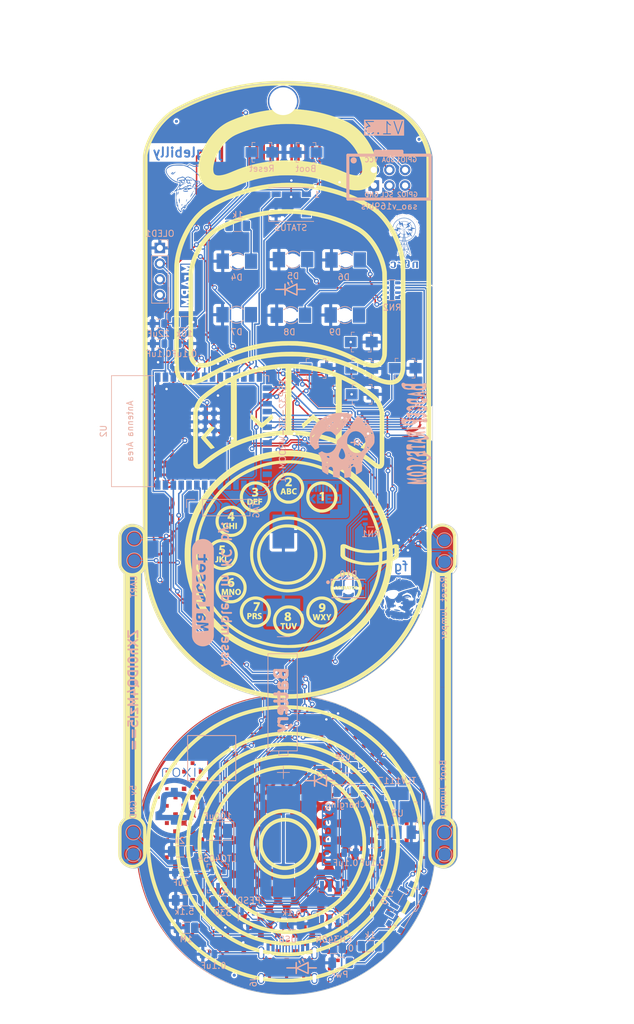
<source format=kicad_pcb>
(kicad_pcb (version 20221018) (generator pcbnew)
  (title_block (title "BSidesKC Badge") (date "2023-08-11") (rev "1.1") (company "BadgePirates") (comment 1 "ESP32-S3 WROOM (WIFI/BTLE)") (comment 2 "USB to Serial Programming") (comment 3 "Lipo Charger / 14500 Battery") (comment 4 "5 Input Buttons"))
  (layers (0 "F.Cu" signal) (31 "B.Cu" signal) (34 "B.Paste" user) (35 "F.Paste" user) (36 "B.SilkS" user "B.Silkscreen") (37 "F.SilkS" user "F.Silkscreen") (38 "B.Mask" user) (39 "F.Mask" user) (44 "Edge.Cuts" user))
  (net 0 "")
  (net 1 "/BATTERY+")
  (net 2 "GND")
  (net 3 "RESET")
  (net 4 "VBUS")
  (net 5 "VCC")
  (net 6 "Net-(U1-V3)")
  (net 7 "+BATT")
  (net 8 "Net-(J6-SHIELD)")
  (net 9 "Net-(D1-A)")
  (net 10 "Net-(D2-K)")
  (net 12 "Net-(D4-A)")
  (net 13 "Net-(D6-RK)")
  (net 14 "Net-(D5-A)")
  (net 15 "Net-(D6-BK)")
  (net 16 "IO18")
  (net 17 "Net-(D7-A)")
  (net 18 "Net-(D8-A)")
  (net 19 "D+")
  (net 20 "D-")
  (net 21 "Net-(D6-GK)")
  (net 22 "Net-(D9-A)")
  (net 23 "IO45")
  (net 24 "IO21")
  (net 25 "TMS")
  (net 26 "TDI")
  (net 27 "TDO")
  (net 28 "TCK")
  (net 29 "USB_RX_ESP_TX")
  (net 30 "USB_TX_ESP_RX")
  (net 31 "Boot")
  (net 32 "Net-(SW2-A)")
  (net 33 "Net-(J6-VBUS-PadA4)")
  (net 34 "Net-(J6-CC1)")
  (net 35 "SCL")
  (net 36 "SDA")
  (net 38 "Net-(J6-CC2)")
  (net 40 "IO15")
  (net 41 "IO05")
  (net 42 "IO04")
  (net 43 "IO03")
  (net 44 "IO10")
  (net 45 "IO14")
  (net 46 "IO13")
  (net 47 "IO12")
  (net 48 "IO11")
  (net 49 "IO46")
  (net 50 "IO37")
  (net 51 "IO36")
  (net 52 "IO35")
  (net 53 "IO38")
  (net 54 "IO16")
  (net 55 "IO17")
  (net 56 "IO08")
  (net 57 "IO09")
  (net 58 "IO47")
  (net 59 "IO48")
  (net 60 "IO02")
  (net 61 "IO01")
  (net 62 "Net-(U4-~{CHRG})")
  (net 63 "Net-(U4-PROG)")
  (net 68 "Net-(D10-A)")
  (footprint "BadgePirates:Badgelife-SAOv169-SAO_Side_B.SLK" (layer "F.Cu") (at 116.0398 49.1816)
    (fp_text reference "X1" hide)
    (fp_text value "sao_v169bis")
  )
  (footprint "BadgePiratesLogos:NG_B.Cu" (layer "F.Cu") (at 105.870876 101.016971)
    (fp_text reference "G***" hide)
    (fp_text value "NG_BSilk_B.Cu" hide)
  )
  (footprint "BSidesKC:F.Cu_g4806" (layer "F.Cu") (at 53.6 106.75)
    (fp_text reference "G***" hide)
    (fp_text value "LOGO" hide)
  )
  (footprint "BSidesKC:F.Mask_g4808" (layer "F.Cu") (at 53.54 106.68)
    (fp_text reference "G***" hide)
    (fp_text value "LOGO" hide)
  )
  (footprint "BadgePirates:LED_Osram_Lx_P47F_D2mm_ReverseMount_Proper_Mask Only" (layer "F.Cu") (at 109.205 71.355 180)
    (fp_text reference "D9")
    (fp_text value "LED")
  )
  (footprint "LOGO" (layer "F.Cu") (at 74.434225 130.455417)
    (fp_text reference "G***" hide)
    (fp_text value "LOGO" hide)
  )
  (footprint "BadgePirates:LED_Osram_Lx_P47F_D2mm_ReverseMount_Proper_Mask Only" (layer "F.Cu") (at 109.33 62.43 180)
    (fp_text reference "D6")
    (fp_text value "LED")
  )
  (footprint "BadgePiratesLogos:Jiggle_B.Cu" (layer "F.Cu") (at 83.78 50.11)
    (fp_text reference "G***" hide)
    (fp_text value "jigglebilly")
  )
  (footprint "BadgePiratesLogos:LED_Schematic_B.SLK" (layer "F.Cu") (at 100.405 66.905)
    (fp_text reference "G***" hide)
    (fp_text value "LOGO" hide)
  )
  (footprint "BadgePiratesLogos:FG_B.Cu" (layer "F.Cu") (at 118.25862 117.176868)
    (fp_text reference "G***" hide)
    (fp_text value "fg")
  )
  (footprint "BadgePirates:LED_Osram_Lx_P47F_D2mm_ReverseMount_Proper_Mask Only" (layer "F.Cu") (at 100.455 71.38 180)
    (fp_text reference "D8")
    (fp_text value "LED")
  )
  (footprint "LOGO" (layer "F.Cu") (at 74.434225 130.455417)
    (fp_text reference "G***" hide)
    (fp_text value "LOGO" hide)
  )
  (footprint "BadgePiratesLogos:rixon_B.Cu" (layer "F.Cu") (at 81.568283 151.265844)
    (fp_text reference "G***" hide)
    (fp_text value "Rixon" hide)
  )
  (footprint "BadgePiratesLogos:BPSkull_Distressed_B.SILK" (layer "F.Cu") (at 108.754592 92.468772)
    (fp_text reference "G***" hide)
    (fp_text value "BP Logo" hide)
  )
  (footprint "BadgePiratesLogos:BadgePiratesURL_B.SLK" (layer "F.Cu") (at 121.5 90.55 90)
    (fp_text reference "G***" hide)
    (fp_text value "LOGO" hide)
  )
  (footprint "BSidesKC:F.SilkS_g4810" (layer "F.Cu") (at 53.537704 106.772009)
    (fp_text reference "G***" hide)
    (fp_text value "LOGO" hide)
  )
  (footprint "LOGO" (layer "F.Cu") (at 74.434225 130.455417)
    (fp_text reference "G***" hide)
    (fp_text value "LOGO" hide)
  )
  (footprint "BadgePiratesLogos:n0rc_B.SLK" (layer "F.Cu") (at 118.820001 58.605367)
    (fp_text reference "REF**" hide)
    (fp_text value "n0rc_B.CU" hide)
  )
  (footprint "BadgePirates:LED_Osram_Lx_P47F_D2mm_ReverseMount_Proper_Mask Only" (layer "F.Cu") (at 100.805 62.38 180)
    (fp_text reference "D5")
    (fp_text value "LED")
  )
  (footprint "BadgePirates:LED_Osram_Lx_P47F_D2mm_ReverseMount_Proper_Mask Only" (layer "F.Cu") (at 91.705 62.63 180)
    (fp_text reference "D4")
    (fp_text value "LED")
  )
  (footprint "BadgePiratesLogos:LED_Schematic_B.SLK" (layer "F.Cu") (at 102.22 176.88)
    (fp_text reference "G***" hide)
    (fp_text value "LOGO" hide)
  )
  (footprint "BadgePirates:LED_RGB_1210" (layer "F.Cu") (at 109.78 115.68)
    (fp_text reference "D10")
    (fp_text value "LED")
  )
  (footprint "LOGO" (layer "F.Cu") (at 74.434225 130.455417)
    (fp_text reference "G***" hide)
    (fp_text value "LOGO" hide)
  )
  (footprint "BSidesKC:F.CU_BPText" (layer "F.Cu") (at 53.56 106.7)
    (fp_text reference "G***" hide)
    (fp_text value "LOGO" hide)
  )
  (footprint "BadgePiratesLogos:LED_Schematic_B.SLK" (layer "F.Cu") (at 105.190166 146.533244)
    (fp_text reference "G***" hide)
    (fp_text value "LOGO" hide)
  )
  (footprint "BadgePirates:LED_Osram_Lx_P47F_D2mm_ReverseMount_Proper_Mask Only" (layer "F.Cu") (at 91.669 71.305 180)
    (fp_text reference "D7")
    (fp_text value "LED")
  )
  (footprint "BadgePirates:Hole_4.5mm" (layer "F.Cu") (at 99.205 36.705)
    (fp_text reference "REF**" hide)
    (fp_text value "4.5mm")
  )
  (footprint "Connector_PinHeader_2.54mm:PinHeader_1x04_P2.54mm_Vertical" (layer "B.Cu") (at 84.87 102.58 -90)
    (fp_text reference "J2" hide)
    (fp_text value "JTAG")
  )
  (footprint "Fiducial:Fiducial_0.5mm_Mask1mm" (layer "B.Cu") (at 81.89 39.96 180)
    (fp_text reference "REF**" hide)
    (fp_text value "Fiducial_0.5mm_Mask1mm")
  )
  (footprint "BadgePirates:Switch_Tactile_SMD_B3U-1000P-BPVersion" (layer "B.Cu") (at 95.755 44.98 180)
    (fp_text reference "SW_Reset1" hide)
    (fp_text value "Reset")
  )
  (footprint "BadgePirates:R_1206_3216Metric" (layer "B.Cu") (at 113.28 173.67)
    (fp_text reference "R2" hide)
    (fp_text value "1k")
  )
  (footprint "BadgePirates:Switch_Tactile_SMD_B3U-1000P-BPVersion" (layer "B.Cu") (at 111.94 80.01 180)
    (fp_text reference "SW5" hide)
    (fp_text value "SW_Center")
  )
  (footprint "LED_SMD:LED_WS2812B_PLCC4_5.0x5.0mm_P3.2mm" (layer "B.Cu") (at 100.505 53.43 180)
    (fp_text reference "D3" hide)
    (fp_text value "STATUS")
  )
  (footprint "Package_TO_SOT_SMD:SOT-23" (layer "B.Cu") (at 93.47 168.8975 -90)
    (fp_text reference "D11" hide)
    (fp_text value "PESD")
  )
  (footprint "Fiducial:Fiducial_0.5mm_Mask1mm" (layer "B.Cu") (at 91.27 178.37 180)
    (fp_text reference "REF**" hide)
    (fp_text value "Fiducial_0.5mm_Mask1mm")
  )
  (footprint "BadgePirates:Switch_Tactile_SMD_B3U-1000P-BPVersion" (layer "B.Cu") (at 111.85 75.74 180)
    (fp_text reference "SW6" hide)
    (fp_text value "SW_Up")
  )
  (footprint "BadgePirates:TestPoint_Pad_D2.0mm x2" (layer "B.Cu") (at 75.055 111.13 90)
    (fp_text reference "J1" hide)
    (fp_text value "UART")
  )
  (footprint "BadgePirates:TestPoint_Pad_D2.0mm x2" (layer "B.Cu") (at 74.905 155.23 -90)
    (fp_text reference "J4" hide)
    (fp_text value "5v GND")
  )
  (footprint "BadgePirates:Switch_Tactile_SMD_B3U-1000P-BPVersion" (layer "B.Cu") (at 104.54 80.02 180)
    (fp_text reference "SW4" hide)
    (fp_text value "SW_Right")
  )
  (footprint "BadgePirates:TestPoint_Pad_D2.0mm x2" (layer "B.Cu") (at 125.355 111.3842 90)
    (fp_text reference "J3" hide)
    (fp_text value "Reset Jumper")
  )
  (footprint "Fiducial:Fiducial_0.5mm_Mask1mm" (layer "B.Cu") (at 121.23 42.87 180)
    (fp_text reference "REF**" hide)
    (fp_text value "Fiducial_0.5mm_Mask1mm")
  )
  (footprint "BadgePirates:Switch_Tactile_SMD_B3U-1000P-BPVersion" (layer "B.Cu") (at 112 84.21 180)
    (fp_text reference "SW7" hide)
    (fp_text value "SW_Down")
  )
  (footprint "LED_SMD:LED_1206_3216Metric" (layer "B.Cu") (at 109.33 148.61)
    (fp_text reference "D2" hide)
    (fp_text value "Charging")
  )
  (footprint "BadgePirates:C_0805_2012Metric" (layer "B.Cu") (at 82.6125 161.71 180)
    (fp_text reference "C5" hide)
    (fp_text value "1uF")
  )
  (footprint "Resistor_SMD:R_Array_Convex_4x0603" (layer "B.Cu") (at 116.855 67.33)
    (fp_text reference "RN2")
    (fp_text value "1k_Array" hide)
  )
  (footprint "Connector_PinHeader_2.54mm:PinHeader_1x04_P2.54mm_Vertical" (layer "B.Cu") (at 79.205 60.485 180)
    (fp_text reference "OLED1")
    (fp_text value "OLED")
  )
  (footprint "BadgePirates:C_0805_2012Metric" (layer "B.Cu") (at 113.65 158.46 180)
    (fp_text reference "C3" hide)
    (fp_text value "0.1uF")
  )
  (footprint "BadgePirates:R_1206_3216Metric" (layer "B.Cu") (at 107.38 173.94 180)
    (fp_text reference "R6" hide)
    (fp_text value "0")
  )
  (footprint "BadgePirates:R_1206_3216Metric" (layer "B.Cu") (at 91.83 56.905)
    (fp_text reference "R5" hide)
    (fp_text value "1k")
  )
  (footprint "BadgePirates:Switch_Tactile_SMD_B3U-1000P-BPVersion" (layer "B.Cu") (at 118.96 79.98 180)
    (fp_text reference "SW3" hide)
    (fp_text value "SW_Left")
  )
  (footprint "Resistor_SMD:R_Array_Convex_4x0603" (layer "B.Cu") (at 113.405 104.03)
    (fp_text reference "RN1")
    (fp_text value "1k_Array")
  )
  (footprint "BadgePirates:R_1206_3216Metric" (layer "B.Cu") (at 109.32 144.69)
    (fp_text reference "F1" hide)
    (fp_text value "Fuse")
  )
  (footprint "BadgePirates:Switch_Tactile_SMD_B3U-1000P-BPVersion" (layer "B.Cu") (at 102.905 45.005 180)
    (fp_text reference "SW1" hide)
    (fp_text value "Boot")
  )
  (footprint "BadgePirates:R_1206_3216Metric" (layer "B.Cu") (at 83.18 166.23 180)
    (fp_text reference "R10" hide)
    (fp_text value "5.1k")
  )
  (footprint "BadgePirates:R_1206_3216Metric" (layer "B.Cu") (at 100.62 170.04)
    (fp_text reference "R8" hide)
    (fp_text value "5.1k")
  )
  (footprint "Espressif:ESP32-S3-WROOM-1" (layer "B.Cu") (at 87.115 90.18 -90)
    (fp_text reference "U2")
    (fp_text value "ESP32-S3-WROOM-1")
  )
  (footprint "BadgePirates:SOIC-8-1EP_W3.9mm" (layer "B.Cu") (at 107.405 166.71 180)
    (fp_text reference "U1" hide)
    (fp_text value "CH340N")
  )
  (footprint "BadgePirates:TestPoint_Pad_D2.0mm x2" (layer "B.Cu") (at 125.355 158.78 90)
    (fp_text reference "J5" hide)
    (fp_text value "Boot Jumper")
  )
  (footprint "BadgePirates:C_0805_2012Metric" (layer "B.Cu") (at 78.97 72.73 180)
    (fp_text reference "C7" hide)
    (fp_text value "22uF")
  )
  (footprint "BadgePirates:SW_SPDT_PCM12" (layer "B.Cu") (at 118.844212 167.190962 -120)
    (fp_text reference "1/0")
    (fp_text value "SW_SPDT")
  )
  (footprint "kibuzzard-64E628A6" (layer "B.Cu") (at 86.19 116.36 90)
    (fp_text reference "kibuzzard-64E628A6" hide)
    (fp_text value "G***" hide)
  )
  (footprint "BadgePirates:C_0805_2012Metric" (layer "B.Cu") (at 87.11 174.96 180)
    (fp_text reference "C8" hide)
    (fp_text value "0.1uF")
  )
  (footprint "BadgePirates:C_0805_2012Metric" (layer "B.Cu") (at 110.05 158.5)
    (fp_text reference "C2" hide)
    (fp_text value "0.1uF")
  )
  (footprint "BadgePirates:LTC4054" (layer "B.Cu") (at 88.6425 162.705 180)
    (fp_text reference "U4" hide)
    (fp_text value "LTC4054")
  )
  (footprint "BadgePirates:R_1206_3216Metric" (layer "B.Cu") (at 83.47 170.68 180)
    (fp_text reference "R12" hide)
    (fp_text value "1M")
  )
  (footprint "Capacitor_Tantalum_SMD:CP_EIA-3528-21_Kemet-B_Pad1.50x2.35mm_HandSolder" (layer "B.Cu") (at 88.555 155.005 180)
    (fp_text reference "C4" hide)
    (fp_text value "100uF")
  )
  (footprint "BadgePirates:Battery - 14500" (layer "B.Cu") (at 99.245 134.755 90)
    (fp_text reference "BT1")
    (fp_text value "Battery")
  )
  (footprint "BadgePirates:C_0805_2012Metric" (layer "B.Cu") (at 79.01 75.99 180)
    (fp_text reference "C6" hide)
    (fp_text value "0.1uF")
  )
  (footprint "BadgePirates:R_1206_3216Metric" (layer "B.Cu") (at 108.55 176.36)
    (fp_text reference "D1" hide)
    (fp_text value "Pwr")
  )
  (footprint "BadgePirates:R_1206_3216Metric" (layer "B.Cu") (at 83.22 72.51)
    (fp_text reference "R1" hide)
    (fp_text value "10k")
  )
  (footprint "BadgePirates:C_0805_2012Metric" (layer "B.Cu") (at 83.2 75.98)
    (fp_text reference "C1" hide)
    (fp_text value "0.1uF")
  )
  (footprint "BadgePirates:R_1206_3216Metric" (layer "B.Cu") (at 89.4 166.42 180)
    (fp_text reference "R3" hide)
    (fp_text value "330")
  )
  (footprint "BadgePirates:USB_C_Receptical-Jing" (layer "B.Cu") (at 99.955 174.7425 180)
    (fp_text reference "J6")
    (fp_text value "USB")
  )
  (footprint "BadgePirates:SOT-223" (layer "B.Cu") (at 117.66 152.05 180)
    (fp_text reference "U3")
    (fp_text value "TLV1117")
  )
  (footprint "BadgePirates:R_1206_3216Metric" (layer "B.Cu") (at 82.53 158.305 180)
    (fp_text reference "R4" hide)
    (fp_text value "2k")
  )
  (gr_rect (start 83.71 139.52) (end 91.51 146.85) (stroke (width 0.15)) (fill none) (layer "B.SilkS"))
  (gr_line (start 118.496 172.6195) (end 118.639 172.4415) (stroke (width 0.1)) (layer "Edge.Cuts"))
  (gr_line (start 104.811 133.5055) (end 103.909 133.3315) (stroke (width 0.1)) (layer "Edge.Cuts"))
  (gr_line (start 114.317 128.8252) (end 115.051 128.239) (stroke (width 0.1)) (layer "Edge.Cuts"))
  (gr_line (start 121.703 167.4895) (end 122.019 166.7765) (stroke (width 0.1)) (layer "Edge.Cuts"))
  (gr_line (start 106.865 134.0415) (end 107.7 134.29) (stroke (width 0.1)) (layer "Edge.Cuts"))
  (gr_line (start 81.33 173.1) (end 81.68 173.48) (stroke (width 0.1)) (layer "Edge.Cuts"))
  (gr_line (start 120.932 40.44044) (end 120.52 39.96951) (stroke (width 0.1)) (layer "Edge.Cuts"))
  (gr_line (start 112.778 129.909) (end 113.559 129.3822) (stroke (width 0.1)) (layer "Edge.Cuts"))
  (gr_line (start 82.581 140.0985) (end 82.139 140.5535) (stroke (width 0.1)) (layer "Edge.Cuts"))
  (gr_line (start 84.613 176.2325) (end 85.204 176.6915) (stroke (width 0.1)) (layer "Edge.Cuts"))
  (gr_line (start 73.5587 153.0015) (end 73.3494 153.1855) (stroke (width 0.1)) (layer "Edge.Cuts"))
  (gr_line (start 77.791 42.5796) (end 77.5226 43.1274) (stroke (width 0.1)) (layer "Edge.Cuts"))
  (gr_line (start 119.457 123.3876) (end 119.971 122.598) (stroke (width 0.1)) (layer "Edge.Cuts"))
  (gr_line (start 127.11 106.2944) (end 126.981 106.1222) (stroke (width 0.1)) (layer "Edge.Cuts"))
  (gr_line (start 115.752 175.4775) (end 115.796 175.4375) (stroke (width 0.1)) (layer "Edge.Cuts"))
  (gr_line (start 87.059 177.9605) (end 87.331 178.1265) (stroke (width 0.1)) (layer "Edge.Cuts"))
  (gr_line (start 73.2051 160.2345) (end 73.3494 160.3925) (stroke (width 0.1)) (layer "Edge.Cuts"))
  (gr_line (start 122.312 166.0535) (end 122.581 165.3215) (stroke (width 0.1)) (layer "Edge.Cuts"))
  (gr_line (start 91.336 131.9435) (end 92.22 132.2795) (stroke (width 0.1)) (layer "Edge.Cuts"))
  (gr_line (start 92.517 180.4525) (end 93.296 180.6815) (stroke (width 0.1)) (layer "Edge.Cuts"))
  (gr_line (start 78.791 169.4645) (end 79.177 170.1065) (stroke (width 0.1)) (layer "Edge.Cuts"))
  (gr_line (start 83.598 126.8358) (end 84.269 127.4771) (stroke (width 0.1)) (layer "Edge.Cuts"))
  (gr_line (start 77.7559 167.4745) (end 78.2406 168.4625) (stroke (width 0.1)) (layer "Edge.Cuts"))
  (gr_line (start 127.448 107.0951) (end 127.393 106.8806) (stroke (width 0.1)) (layer "Edge.Cuts"))
  (gr_line (start 73.2051 106.1222) (end 73.0762 106.2944) (stroke (width 0.1)) (layer "Edge.Cuts"))
  (gr_line (start 116.713 139.9555) (end 115.98 139.2615) (stroke (width 0.1)) (layer "Edge.Cuts"))
  (gr_line (start 73.3494 153.1855) (end 73.2051 153.3445) (stroke (width 0.1)) (layer "Edge.Cuts"))
  (gr_line (start 72.7934 112.2537) (end 72.8691 112.4594) (stroke (width 0.1)) (layer "Edge.Cuts"))
  (gr_line (start 82.93 174.7485) (end 83.476 175.2595) (stroke (width 0.1)) (layer "Edge.Cuts"))
  (gr_line (start 91.747 180.1965) (end 92.517 180.4525) (stroke (width 0.1)) (layer "Edge.Cuts"))
  (gr_line (start 127.483 111.8174) (end 127.494 111.5891) (stroke (width 0.1)) (layer "Edge.Cuts"))
  (gr_line (start 123.421 106.2044) (end 123.421 60.092) (stroke (width 0.1)) (layer "Edge.Cuts"))
  (gr_line (start 114.05 176.8525) (end 114.373 176.6105) (stroke (width 0.1)) (layer "Edge.Cuts"))
  (gr_line (start 94.797 33.97827) (end 93.681 34.13856) (stroke (width 0.1)) (layer "Edge.Cuts"))
  (gr_line (start 124.983 105.3179) (end 124.761 105.3521) (stroke (width 0.1)) (layer "Edge.Cuts"))
  (gr_line (start 127.393 154.1025) (end 127.317 153.8965) (stroke (width 0.1)) (layer "Edge.Cuts"))
  (gr_line (start 80.996 38.72052) (end 80.503 39.11418) (stroke (width 0.1)) (layer "Edge.Cuts"))
  (gr_line (start 78.773 169.4335) (end 78.791 169.4645) (stroke (width 0.1)) (layer "Edge.Cuts"))
  (gr_line (start 99.734 181.5545) (end 100.861 181.5285) (stroke (width 0.1)) (layer "Edge.Cuts"))
  (gr_line (start 123.541 161.6805) (end 123.642 161.0835) (stroke (width 0.1)) (layer "Edge.Cuts"))
  (gr_line (start 121.508 146.6435) (end 121.51 146.6435) (stroke (width 0.1)) (layer "Edge.Cuts"))
  (gr_line (start 81.742 124.7598) (end 82.333 125.4764) (stroke (width 0.1)) (layer "Edge.Cuts"))
  (gr_line (start 74.4805 105.3521) (end 74.2661 105.4076) (stroke (width 0.1)) (layer "Edge.Cuts"))
  (gr_line (start 72.7934 154.1025) (end 72.7379 154.3165) (stroke (width 0.1)) (layer "Edge.Cuts"))
  (gr_line (start 127.483 154.5395) (end 127.448 154.3175) (stroke (width 0.1)) (layer "Edge.Cuts"))
  (gr_line (start 106.62 34.27085) (end 105.41 34.09089) (stroke (width 0.1)) (layer "Edge.Cuts"))
  (gr_line (start 123.369 112.6779) (end 123.369 112.6778) (stroke (width 0.1)) (layer "Edge.Cuts"))
  (gr_line (start 74.9746 105.3063) (end 74.9307 105.3063) (stroke (width 0.1)) (layer "Edge.Cuts"))
  (gr_line (start 92.393 134.0995) (end 91.538 134.3895) (stroke (width 0.1)) (layer "Edge.Cuts"))
  (gr_line (start 122.005 41.9623) (end 121.675 41.44041) (stroke (width 0.1)) (layer "Edge.Cuts"))
  (gr_line (start 72.9638 112.6551) (end 73.0762 112.8397) (stroke (width 0.1)) (layer "Edge.Cuts"))
  (gr_line (start 115.928 37.00173) (end 114.813 36.52955) (stroke (width 0.1)) (layer "Edge.Cuts"))
  (gr_line (start 79.668 121.6671) (end 80.141 122.4726) (stroke (width 0.1)) (layer "Edge.Cuts"))
  (gr_line (start 72.6921 111.5891) (end 72.7037 111.8174) (stroke (width 0.1)) (layer "Edge.Cuts"))
  (gr_line (start 123.961 105.6904) (end 123.788 105.8193) (stroke (width 0.1)) (layer "Edge.Cuts"))
  (gr_line (start 115.219 138.5965) (end 114.43 137.9645) (stroke (width 0.1)) (layer "Edge.Cuts"))
  (gr_line (start 127.223 159.8775) (end 127.317 159.6815) (stroke (width 0.1)) (layer "Edge.Cuts"))
  (gr_line (start 105.708 133.7145) (end 105.706 133.7145) (stroke (width 0.1)) (layer "Edge.Cuts"))
  (gr_line (start 98.915 181.5405) (end 99.734 181.5545) (stroke (width 0.1)) (layer "Edge.Cuts"))
  (gr_line (start 89.047 135.4475) (end 88.244 135.8625) (stroke (width 0.1)) (layer "Edge.Cuts"))
  (gr_line (start 124.547 105.4076) (end 124.341 105.4833) (stroke (width 0.1)) (layer "Edge.Cuts"))
  (gr_line (start 119.788 170.8825) (end 120.215 170.2295) (stroke (width 0.1)) (layer "Edge.Cuts"))
  (gr_line (start 75.2029 105.3179) (end 74.9746 105.3063) (stroke (width 0.1)) (layer "Edge.Cuts"))
  (gr_line (start 127.393 112.2538) (end 127.448 112.0393) (stroke (width 0.1)) (layer "Edge.Cuts"))
  (gr_line (start 85.068 36.61123) (end 84.047 37.06159) (stroke (width 0.1)) (layer "Edge.Cuts"))
  (gr_line (start 122.626 165.1955) (end 122.626 165.1945) (stroke (width 0.1)) (layer "Edge.Cuts"))
  (gr_line (start 103.909 133.3315) (end 104.87 133.1535) (stroke (width 0.1)) (layer "Edge.Cuts"))
  (gr_line (start 72.7379 112.0393) (end 72.7934 112.2537) (stroke (width 0.1)) (layer "Edge.Cuts"))
  (gr_line (start 72.9638 106.479) (end 72.8691 106.6748) (stroke (width 0.1)) (layer "Edge.Cuts"))
  (gr_line (start 72.7379 154.3165) (end 72.7037 154.5395) (stroke (width 0.1)) (layer "Edge.Cuts"))
  (gr_line (start 122.574 43.0303) (end 122.305 42.4934) (stroke (width 0.1)) (layer "Edge.Cuts"))
  (gr_line (start 76.7492 149.5585) (end 76.5304 150.2525) (stroke (width 0.1)) (layer "Edge.Cuts"))
  (gr_line (start 98.099 181.4995) (end 98.915 181.5405) (stroke (width 0.1)) (layer "Edge.Cuts"))
  (gr_line (start 126.628 153.0015) (end 126.628 113.3549) (stroke (width 0.1)) (layer "Edge.Cuts"))
  (gr_line (start 75.845 105.4833) (end 75.6393 105.4076) (stroke (width 0.1)) (layer "Edge.Cuts"))
  (gr_line (start 81.14 172.87) (end 81.33 173.1) (stroke (width 0.1)) (layer "Edge.Cuts"))
  (gr_line (start 81.887 173.6765) (end 82.401 174.2205) (stroke (width 0.1)) (layer "Edge.Cuts"))
  (gr_line (start 73.0762 112.8397) (end 73.2051 113.0118) (stroke (width 0.1)) (layer "Edge.Cuts"))
  (gr_line (start 108.851 179.7745) (end 109.458 179.5165) (stroke (width 0.1)) (layer "Edge.Cuts"))
  (gr_line (start 106.35 180.6355) (end 106.985 180.4455) (stroke (width 0.1)) (layer "Edge.Cuts"))
  (gr_line (start 76.9273 165.4435) (end 77.318 166.4675) (stroke (width 0.1)) (layer "Edge.Cuts"))
  (gr_line (start 76.2887 163.3455) (end 76.5841 164.4025) (stroke (width 0.1)) (layer "Edge.Cuts"))
  (gr_line (start 119.342 143.0215) (end 118.733 142.2145) (stroke (width 0.1)) (layer "Edge.Cuts"))
  (gr_line (start 72.9637 159.8775) (end 73.0761 160.0625) (stroke (width 0.1)) (layer "Edge.Cuts"))
  (gr_line (start 103.106 181.3195) (end 104.218 181.1365) (stroke (width 0.1)) (layer "Edge.Cuts"))
  (gr_line (start 78.818 119.9965) (end 79.227 120.8415) (stroke (width 0.1)) (layer "Edge.Cuts"))
  (gr_line (start 82.333 125.4764) (end 82.952 126.1687) (stroke (width 0.1)) (layer "Edge.Cuts"))
  (gr_line (start 119.622 39.10564) (end 119.137 38.72064) (stroke (width 0.1)) (layer "Edge.Cuts"))
  (gr_line (start 118.09 141.4335) (end 117.417 140.6805) (stroke (width 0.1)) (layer "Edge.Cuts"))
  (gr_line (start 109.458 179.5165) (end 110.059 179.2425) (stroke (width 0.1)) (layer "Edge.Cuts"))
  (gr_line (start 109.017 34.73498) (end 107.823 34.48536) (stroke (width 0.1)) (layer "Edge.Cuts"))
  (gr_line (start 100.861 181.5285) (end 101.986 181.4495) (stroke (width 0.1)) (layer "Edge.Cuts"))
  (gr_line (start 73.6801 105.6904) (end 73.508 105.8193) (stroke (width 0.1)) (layer "Edge.Cuts"))
  (gr_line (start 108.64 134.67) (end 109.35 134.94) (stroke (width 0.1)) (layer "Edge.Cuts"))
  (gr_line (start 77.2508 148.1885) (end 76.9893 148.8705) (stroke (width 0.1)) (layer "Edge.Cuts"))
  (gr_line (start 126.678 105.8193) (end 126.506 105.6904) (stroke (width 0.1)) (layer "Edge.Cuts"))
  (gr_line (start 123.369 112.6778) (end 123.486 112.8306) (stroke (width 0.1)) (layer "Edge.Cuts"))
  (gr_line (start 125.255 105.3063) (end 125.212 105.3063) (stroke (width 0.1)) (layer "Edge.Cuts"))
  (gr_line (start 120.52 39.96951) (end 120.083 39.52325) (stroke (width 0.1)) (layer "Edge.Cuts"))
  (gr_line (start 76.333 150.9515) (end 76.333 113.1568) (stroke (width 0.1)) (layer "Edge.Cuts"))
  (gr_line (start 104.405 181.1005) (end 104.406 181.1005) (stroke (width 0.1)) (layer "Edge.Cuts"))
  (gr_line (start 97.042 33.76239) (end 95.918 33.85271) (stroke (width 0.1)) (layer "Edge.Cuts"))
  (gr_line (start 123.421 45.7316) (end 123.421 45.7042) (stroke (width 0.1)) (layer "Edge.Cuts"))
  (gr_line (start 88.039 178.5345) (end 88.759 178.9175) (stroke (width 0.1)) (layer "Edge.Cuts"))
  (gr_line (start 90.376 34.82284) (end 89.291 35.11707) (stroke (width 0.1)) (layer "Edge.Cuts"))
  (gr_line (start 74.266 160.9485) (end 74.4805 161.0045) (stroke (width 0.1)) (layer "Edge.Cuts"))
  (gr_line (start 77.5226 43.1274) (end 77.2877 43.6767) (stroke (width 0.1)) (layer "Edge.Cuts"))
  (gr_line (start 127.393 106.8806) (end 127.317 106.6748) (stroke (width 0.1)) (layer "Edge.Cuts"))
  (gr_line (start 87.196 129.766) (end 87.984 130.265) (stroke (width 0.1)) (layer "Edge.Cuts"))
  (gr_line (start 121.51 146.6435) (end 121.509 146.6425) (stroke (width 0.1)) (layer "Edge.Cuts"))
  (gr_line (start 122.626 165.1935) (end 122.816 164.6175) (stroke (width 0.1)) (layer "Edge.Cuts"))
  (gr_line (start 111.976 130.4048) (end 112.778 129.909) (stroke (width 0.1)) (layer "Edge.Cuts"))
  (gr_line (start 122.816 164.6175) (end 122.991 164.0365) (stroke (width 0.1)) (layer "Edge.Cuts"))
  (gr_line (start 119.787 170.8845) (end 119.788 170.8825) (stroke (width 0.1)) (layer "Edge.Cuts"))
  (gr_line (start 105.708 180.8075) (end 106.35 180.6355) (stroke (width 0.1)) (layer "Edge.Cuts"))
  (gr_line (start 127.483 107.3171) (end 127.448 107.0951) (stroke (width 0.1)) (layer "Edge.Cuts"))
  (gr_line (start 83.041 37.54166) (end 82.052 38.05096) (stroke (width 0.1)) (layer "Edge.Cuts"))
  (gr_line (start 124.404 160.8985) (end 124.596 160.9635) (stroke (width 0.1)) (layer "Edge.Cuts"))
  (gr_line (start 127.317 159.6815) (end 127.393 159.4755) (stroke (width 0.1)) (layer "Edge.Cuts"))
  (gr_line (start 123.505 152.705) (end 123.555 153.13) (stroke (width 0.1)) (layer "Edge.Cuts"))
  (gr_line (start 127.448 112.0393) (end 127.483 111.8174) (stroke (width 0.1)) (layer "Edge.Cuts"))
  (gr_line (start 104.219 181.1365) (end 104.405 181.1005) (stroke (width 0.1)) (layer "Edge.Cuts"))
  (gr_line (start 82.952 126.1687) (end 83.598 126.8358) (stroke (width 0.1)) (layer "Edge.Cuts"))
  (gr_line (start 117.203 174.0815) (end 117.865 173.3625) (stroke (width 0.1)) (layer "Edge.Cuts"))
  (gr_line (start 88.217 35.44352) (end 87.155 35.8017) (stroke (width 0.1)) (layer "Edge.Cuts"))
  (gr_line (start 124.795 161.0115) (end 125.001 161.0405) (stroke (width 0.1)) (layer "Edge.Cuts"))
  (gr_line (start 127.11 153.5165) (end 126.981 153.3445) (stroke (width 0.1)) (layer "Edge.Cuts"))
  (gr_line (start 126.322 105.578) (end 126.126 105.4833) (stroke (width 0.1)) (layer "Edge.Cuts"))
  (gr_line (start 73.8646 160.7785) (end 74.0603 160.8735) (stroke (width 0.1)) (layer "Edge.Cuts"))
  (gr_line (start 110.059 179.2425) (end 110.653 178.9505) (stroke (width 0.1)) (layer "Edge.Cuts"))
  (gr_line (start 119.203 171.7075) (end 119.735 170.9605) (stroke (width 0.1)) (layer "Edge.Cuts"))
  (gr_line (start 76.2253 105.6904) (end 76.0407 105.578) (stroke (width 0.1)) (layer "Edge.Cuts"))
  (gr_line (start 89.49 179.2755) (end 90.233 179.6085) (stroke (width 0.1)) (layer "Edge.Cuts"))
  (gr_line (start 81.711 141.0175) (end 81.296 141.4915) (stroke (width 0.1)) (layer "Edge.Cuts"))
  (gr_line (start 115.796 175.4375) (end 115.797 175.4375) (stroke (width 0.1)) (layer "Edge.Cuts"))
  (gr_line (start 81.513 38.36471) (end 80.996 38.72052) (stroke (width 0.1)) (layer "Edge.Cuts"))
  (gr_line (start 127.483 159.0395) (end 127.494 158.8115) (stroke (width 0.1)) (layer "Edge.Cuts"))
  (gr_line (start 112.777 136.7995) (end 111.913 136.2685) (stroke (width 0.1)) (layer "Edge.Cuts"))
  (gr_line (start 123.417 45.6768) (end 123.32 45.1643) (stroke (width 0.1)) (layer "Edge.Cuts"))
  (gr_line (start 82.401 174.2205) (end 82.93 174.7485) (stroke (width 0.1)) (layer "Edge.Cuts"))
  (gr_line (start 94.135 133.6175) (end 93.259 133.8415) (stroke (width 0.1)) (layer "Edge.Cuts"))
  (gr_line (start 122.626 165.1945) (end 122.626 165.1935) (stroke (width 0.1)) (layer "Edge.Cuts"))
  (gr_line (start 123.085 114.6242) (end 123.247 113.6575) (stroke (width 0.1)) (layer "Edge.Cuts"))
  (gr_line (start 125.705 105.3521) (end 125.483 105.3179) (stroke (width 0.1)) (layer "Edge.Cuts"))
  (gr_line (start 76.6869 112.8136) (end 76.8162 112.6411) (stroke (width 0.1)) (layer "Edge.Cuts"))
  (gr_line (start 118.912 124.1547) (end 119.457 123.3876) (stroke (width 0.1)) (layer "Edge.Cuts"))
  (gr_line (start 123.788 105.8193) (end 123.63 105.9636) (stroke (width 0.1)) (layer "Edge.Cuts"))
  (gr_line (start 105.817 132.9355) (end 106.749 132.6815) (stroke (width 0.1)) (layer "Edge.Cuts"))
  (gr_line (start 96.478 181.3345) (end 97.287 181.4305) (stroke (width 0.1)) (layer "Edge.Cuts"))
  (gr_line (start 75.4249 105.3521) (end 75.2029 105.3179) (stroke (width 0.1)) (layer "Edge.Cuts"))
  (gr_line (start 98.17 33.70781) (end 97.042 33.76239) (stroke (width 0.1)) (layer "Edge.Cuts"))
  (gr_line (start 127.448 154.3175) (end 127.393 154.1025) (stroke (width 0.1)) (layer "Edge.Cuts"))
  (gr_line (start 120.966 145.5905) (end 120.46 144.7105) (stroke (width 0.1)) (layer "Edge.Cuts"))
  (gr_line (start 126.837 160.3925) (end 126.981 160.2345) (stroke (width 0.1)) (layer "Edge.Cuts"))
  (gr_line (start 118.102 38.06439) (end 118.101 38.06388) (stroke (width 0.1)) (layer "Edge.Cuts"))
  (gr_line (start 126.126 160.8735) (end 126.321 160.7785) (stroke (width 0.1)) (layer "Edge.Cuts"))
  (gr_line (start 127.494 107.5454) (end 127.483 107.3171) (stroke (width 0.1)) (layer "Edge.Cuts"))
  (gr_line (start 85.204 176.6915) (end 85.808 177.1335) (stroke (width 0.1)) (layer "Edge.Cuts"))
  (gr_line (start 123.727 160.4835) (end 123.881 160.6085) (stroke (width 0.1)) (layer "Edge.Cuts"))
  (gr_line (start 110.653 178.9505) (end 111.238 178.6425) (stroke (width 0.1)) (layer "Edge.Cuts"))
  (gr_line (start 118.733 142.2145) (end 118.09 141.4335) (stroke (width 0.1)) (layer "Edge.Cuts"))
  (gr_line (start 123.881 160.6085) (end 124.045 160.7205) (stroke (width 0.1)) (layer "Edge.Cuts"))
  (gr_line (start 73.8647 105.578) (end 73.6801 105.6904) (stroke (width 0.1)) (layer "Edge.Cuts"))
  (gr_line (start 127.317 112.4594) (end 127.393 112.2538) (stroke (width 0.1)) (layer "Edge.Cuts"))
  (gr_line (start 83.035 139.6535) (end 83.035 139.6545) (stroke (width 0.1)) (layer "Edge.Cuts"))
  (gr_line (start 77.7946 117.3541) (end 78.101 118.2521) (stroke (width 0.1)) (layer "Edge.Cuts"))
  (gr_line (start 74.98 161.055) (end 74.68 161.03) (stroke (width 0.1)) (layer "Edge.Cuts"))
  (gr_line (start 122.055 118.3437) (end 122.368 117.4376) (stroke (width 0.1)) (layer "Edge.Cuts"))
  (gr_line (start 72.8691 153.8965) (end 72.7934 154.1025) (stroke (width 0.1)) (layer "Edge.Cuts"))
  (gr_line (start 111.375 35.34181) (end 110.202 35.02027) (stroke (width 0.1)) (layer "Edge.Cuts"))
  (gr_line (start 78.7659 145.0705) (end 78.4591 145.6185) (stroke (width 0.1)) (layer "Edge.Cuts"))
  (gr_line (start 123.555 153.13) (end 123.83 152.93) (stroke (width 0.1)) (layer "Edge.Cuts"))
  (gr_line (start 72.8691 112.4594) (end 72.9638 112.6551) (stroke (width 0.1)) (layer "Edge.Cuts"))
  (gr_line (start 119.971 122.598) (end 120.454 121.7868) (stroke (width 0.1)) (layer "Edge.Cuts"))
  (gr_line (start 117.417 140.6805) (end 116.713 139.9555) (stroke (width 0.1)) (layer "Edge.Cuts"))
  (gr_line (start 74.0604 105.4833) (end 73.8647 105.578) (stroke (width 0.1)) (layer "Edge.Cuts"))
  (gr_line (start 76.7078 45.8381) (end 76.7078 45.8613) (stroke (width 0.1)) (layer "Edge.Cuts"))
  (gr_line (start 105.06 180.9625) (end 105.708 180.8075) (stroke (width 0.1)) (layer "Edge.Cuts"))
  (gr_line (start 77.2877 43.6767) (end 77.0877 44.2238) (stroke (width 0.1)) (layer "Edge.Cuts"))
  (gr_line (start 115.051 128.239) (end 115.761 127.6243) (stroke (width 0.1)) (layer "Edge.Cuts"))
  (gr_line (start 83.035 139.6545) (end 82.581 140.0985) (stroke (width 0.1)) (layer "Edge.Cuts"))
  (gr_line (start 73.3494 160.3925) (end 73.5079 160.5375) (stroke (width 0.1)) (layer "Edge.Cuts"))
  (gr_line (start 127.494 158.8115) (end 127.494 154.7675) (stroke (width 0.1)) (layer "Edge.Cuts"))
  (gr_line (start 88.793 130.7332) (end 89.622 131.1696) (stroke (width 0.1)) (layer "Edge.Cuts"))
  (gr_line (start 119.736 170.9595) (end 119.787 170.8855) (stroke (width 0.1)) (layer "Edge.Cuts"))
  (gr_line (start 126.506 160.6665) (end 126.678 160.5375) (stroke (width 0.1)) (layer "Edge.Cuts"))
  (gr_line (start 73.2051 113.0118) (end 73.3494 113.1704) (stroke (width 0.1)) (layer "Edge.Cuts"))
  (gr_line (start 93.12 132.5815) (end 94.037 132.8465) (stroke (width 0.1)) (layer "Edge.Cuts"))
  (gr_line (start 104.218 181.1365) (end 104.219 181.1365) (stroke (width 0.1)) (layer "Edge.Cuts"))
  (gr_line (start 77.318 166.4675) (end 77.7559 167.4745) (stroke (width 0.1)) (layer "Edge.Cuts"))
  (gr_line (start 72.6921 154.7675) (end 72.6921 158.8105) (stroke (width 0.1)) (layer "Edge.Cuts"))
  (gr_line (start 119.735 170.9605) (end 119.736 170.9595) (stroke (width 0.1)) (layer "Edge.Cuts"))
  (gr_line (start 124.341 105.4833) (end 124.145 105.578) (stroke (width 0.1)) (layer "Edge.Cuts"))
  (gr_line (start 122.195 148.1955) (end 121.866 147.4155) (stroke (width 0.1)) (layer "Edge.Cuts"))
  (gr_line (start 83.037 139.6515) (end 83.035 139.6535) (stroke (width 0.1)) (layer "Edge.Cuts"))
  (gr_line (start 123.151 163.4525) (end 123.296 162.8655) (stroke (width 0.1)) (layer "Edge.Cuts"))
  (gr_line (start 118.63 38.37224) (end 118.102 38.06439) (stroke (width 0.1)) (layer "Edge.Cuts"))
  (gr_line (start 126.837 105.9636) (end 126.678 105.8193) (stroke (width 0.1)) (layer "Edge.Cuts"))
  (gr_line (start 121.003 168.8835) (end 121.365 168.1925) (stroke (width 0.1)) (layer "Edge.Cuts"))
  (gr_line (start 123.83 152.93) (end 123.826 152.8035) (stroke (width 0.1)) (layer "Edge.Cuts"))
  (gr_line (start 94.968 133.0745) (end 95.914 133.2655) (stroke (width 0.1)) (layer "Edge.Cuts"))
  (gr_line (start 121.675 41.44041) (end 121.317 40.93207) (stroke (width 0.1)) (layer "Edge.Cuts"))
  (gr_line (start 72.6921 158.8105) (end 72.7037 159.0395) (stroke (width 0.1)) (layer "Edge.Cuts"))
  (gr_line (start 79.227 120.8415) (end 79.668 121.6671) (stroke (width 0.1)) (layer "Edge.Cuts"))
  (gr_line (start 123.32 45.1643) (end 123.186 44.6398) (stroke (width 0.1)) (layer "Edge.Cuts"))
  (gr_line (start 127.11 160.0625) (end 127.223 159.8775) (stroke (width 0.1)) (layer "Edge.Cuts"))
  (gr_line (start 83.476 175.2595) (end 84.037 175.7545) (stroke (width 0.1)) (layer "Edge.Cuts"))
  (gr_line (start 80.007 171.3515) (end 80.39 171.89) (stroke (width 0.1)) (layer "Edge.Cuts"))
  (gr_line (start 123.224 151.3955) (end 123.01 150.5845) (stroke (width 0.1)) (layer "Edge.Cuts"))
  (gr_line (start 123.486 112.8306) (end 123.616 112.9724) (stroke (width 0.1)) (layer "Edge.Cuts"))
  (gr_line (start 84.469 138.3905) (end 83.768 138.9835) (stroke (width 0.1)) (layer "Edge.Cuts"))
  (gr_line (start 84.037 175.7545) (end 84.613 176.2325) (stroke (width 0.1)) (layer "Edge.Cuts"))
  (gr_line (start 123.63 105.9636) (end 123.421 106.2044) (stroke (width 0.1)) (layer "Edge.Cuts"))
  (gr_line (start 125.92 105.4076) (end 125.705 105.3521) (stroke (width 0.1)) (layer "Edge.Cuts"))
  (gr_line (start 124.145 105.578) (end 123.961 105.6904) (stroke (width 0.1)) (layer "Edge.Cuts"))
  (gr_line (start 105.41 34.09089) (end 104.194 33.94492) (stroke (width 0.1)) (layer "Edge.Cuts"))
  (gr_line (start 80.894 141.9745) (end 80.506 142.4675) (stroke (width 0.1)) (layer "Edge.Cuts"))
  (gr_line (start 77.8872 146.7385) (end 77.6224 147.3115) (stroke (width 0.1)) (layer "Edge.Cuts"))
  (gr_line (start 125.001 161.0405) (end 125.212 161.0505) (stroke (width 0.1)) (layer "Edge.Cuts"))
  (gr_line (start 127.223 153.7005) (end 127.11 153.5165) (stroke (width 0.1)) (layer "Edge.Cuts"))
  (gr_line (start 73.0761 153.5165) (end 72.9637 153.7005) (stroke (width 0.1)) (layer "Edge.Cuts"))
  (gr_line (start 73.0761 160.0625) (end 73.2051 160.2345) (stroke (width 0.1)) (layer "Edge.Cuts"))
  (gr_line (start 126.678 160.5375) (end 126.837 160.3925) (stroke (width 0.1)) (layer "Edge.Cuts"))
  (gr_line (start 126.981 113.0119) (end 127.11 112.8397) (stroke (width 0.1)) (layer "Edge.Cuts"))
  (gr_line (start 85.686 128.6784) (end 86.43 129.2368) (stroke (width 0.1)) (layer "Edge.Cuts"))
  (gr_line (start 86.43 129.2368) (end 87.196 129.766) (stroke (width 0.1)) (layer "Edge.Cuts"))
  (gr_line (start 87.456 136.3085) (end 86.683 136.7845) (stroke (width 0.1)) (layer "Edge.Cuts"))
  (gr_line (start 127.223 112.6552) (end 127.317 112.4594) (stroke (width 0.1)) (layer "Edge.Cuts"))
  (gr_line (start 85.189 137.8255) (end 84.469 138.3905) (stroke (width 0.1)) (layer "Edge.Cuts"))
  (gr_line (start 77.2899 115.5111) (end 77.5239 116.4402) (stroke (width 0.1)) (layer "Edge.Cuts"))
  (gr_line (start 124.596 160.9635) (end 124.795 161.0115) (stroke (width 0.1)) (layer "Edge.Cuts"))
  (gr_line (start 85.808 177.1335) (end 86.427 177.5565) (stroke (width 0.1)) (layer "Edge.Cuts"))
  (gr_line (start 118.101 38.06388) (end 117.024 37.51298) (stroke (width 0.1)) (layer "Edge.Cuts"))
  (gr_line (start 101.751 33.75263) (end 100.526 33.70519) (stroke (width 0.1)) (layer "Edge.Cuts"))
  (gr_line (start 76.0407 105.578) (end 75.845 105.4833) (stroke (width 0.1)) (layer "Edge.Cuts"))
  (gr_line (start 123.41 152.2145) (end 123.224 151.3955) (stroke (width 0.1)) (layer "Edge.Cuts"))
  (gr_line (start 85.928 137.2895) (end 85.189 137.8255) (stroke (width 0.1)) (layer "Edge.Cuts"))
  (gr_line (start 76.9352 113.6108) (end 77.0934 114.5677) (stroke (width 0.1)) (layer "Edge.Cuts"))
  (gr_line (start 80.503 39.11418) (end 80.034 39.54151) (stroke (width 0.1)) (layer "Edge.Cuts"))
  (gr_line (start 81.68 173.48) (end 81.887 173.6765) (stroke (width 0.1)) (layer "Edge.Cuts"))
  (gr_line (start 99.3 33.68947) (end 98.17 33.70781) (stroke (width 0.1)) (layer "Edge.Cuts"))
  (gr_line (start 75.7973 160.8915) (end 75.58 160.98) (stroke (width 0.1)) (layer "Edge.Cuts"))
  (gr_line (start 126.837 153.1855) (end 126.628 153.0015) (stroke (width 0.1)) (layer "Edge.Cuts"))
  (gr_line (start 73.508 105.8193) (end 73.3494 105.9636) (stroke (width 0.1)) (layer "Edge.Cuts"))
  (gr_line (start 126.126 105.4833) (end 125.92 105.4076) (stroke (width 0.1)) (layer "Edge.Cuts"))
  (gr_line (start 125.255 161.0505) (end 125.483 161.0385) (stroke (width 0.1)) (layer "Edge.Cuts"))
  (gr_line (start 78.101 118.2521) (end 78.4425 119.1331) (stroke (width 0.1)) (layer "Edge.Cuts"))
  (gr_line (start 80.72 172.34) (end 81.14 172.87) (stroke (width 0.1)) (layer "Edge.Cuts"))
  (gr_line (start 123.826 113.1568) (end 123.826 152.8035) (stroke (width 0.1)) (layer "Edge.Cuts"))
  (gr_line (start 114.43 137.9645) (end 113.616 137.3645) (stroke (width 0.1)) (layer "Edge.Cuts"))
  (gr_line (start 86.105 36.1911) (end 85.068 36.61123) (stroke (width 0.1)) (layer "Edge.Cuts"))
  (gr_line (start 120.905 120.955) (end 121.322 120.1032) (stroke (width 0.1)) (layer "Edge.Cuts"))
  (gr_line (start 127.494 111.5891) (end 127.494 107.5454) (stroke (width 0.1)) (layer "Edge.Cuts"))
  (gr_line (start 76.5559 105.9636) (end 76.3974 105.8193) (stroke (width 0.1)) (layer "Edge.Cuts"))
  (gr_line (start 79.087 144.5325) (end 78.7659 145.0705) (stroke (width 0.1)) (layer "Edge.Cuts"))
  (gr_line (start 123.41 152.2145) (end 123.505 152.705) (stroke (width 0.1)) (layer "Edge.Cuts"))
  (gr_line (start 78.0916 42.037) (end 77.791 42.5796) (stroke (width 0.1)) (layer "Edge.Cuts"))
  (gr_line (start 82.139 140.5535) (end 81.711 141.0175) (stroke (width 0.1)) (layer "Edge.Cuts"))
  (gr_line (start 79.177 170.1065) (end 79.582 170.7355) (stroke (width 0.1)) (layer "Edge.Cuts"))
  (gr_line (start 95.918 33.85271) (end 94.797 33.97827) (stroke (width 0.1)) (layer "Edge.Cuts"))
  (gr_line (start 90.47 131.5734) (end 91.336 131.9435) (stroke (width 0.1)) (layer "Edge.Cuts"))
  (gr_line (start 100.526 33.70519) (end 99.3 33.68947) (stroke (width 0.1)) (layer "Edge.Cuts"))
  (gr_line (start 125.705 161.0045) (end 125.92 160.9485) (stroke (width 0.1)) (layer "Edge.Cuts"))
  (gr_line (start 115.072 176.0565) (end 115.752 175.4775) (stroke (width 0.1)) (layer "Edge.Cuts"))
  (gr_line (start 74.4805 161.0045) (end 74.68 161.03) (stroke (width 0.1)) (layer "Edge.Cuts"))
  (gr_line (start 111.238 178.6425) (end 111.817 178.3175) (stroke (width 0.1)) (layer "Edge.Cuts"))
  (gr_line (start 84.047 37.06159) (end 83.041 37.54166) (stroke (width 0.1)) (layer "Edge.Cuts"))
  (gr_line (start 73.5587 113.3549) (end 73.5587 153.0015) (stroke (width 0.1)) (layer "Edge.Cuts"))
  (gr_line (start 110.202 35.02027) (end 109.017 34.73498) (stroke (width 0.1)) (layer "Edge.Cuts"))
  (gr_line (start 123.296 162.8655) (end 123.426 162.2745) (stroke (width 0.1)) (layer "Edge.Cuts"))
  (gr_line (start 97.287 181.4305) (end 98.099 181.4995) (stroke (width 0.1)) (layer "Edge.Cuts"))
  (gr_line (start 72.7934 159.4755) (end 72.8691 159.6815) (stroke (width 0.1)) (layer "Edge.Cuts"))
  (gr_line (start 123.01 150.5845) (end 122.767 149.7805) (stroke (width 0.1)) (layer "Edge.Cuts"))
  (gr_line (start 73.6801 160.6665) (end 73.8646 160.7785) (stroke (width 0.1)) (layer "Edge.Cuts"))
  (gr_line (start 76.8161 112.6411) (end 76.9352 113.6108) (stroke (width 0.1)) (layer "Edge.Cuts"))
  (gr_line (start 101.986 181.4495) (end 103.106 181.3195) (stroke (width 0.1)) (layer "Edge.Cuts"))
  (gr_line (start 112.535 35.70016) (end 111.375 35.34181) (stroke (width 0.1)) (layer "Edge.Cuts"))
  (gr_line (start 72.6921 107.5454) (end 72.6921 111.5891) (stroke (width 0.1)) (layer "Edge.Cuts"))
  (gr_line (start 116.513 174.7735) (end 117.203 174.0815) (stroke (width 0.1)) (layer "Edge.Cuts"))
  (gr_line (start 126.321 160.7785) (end 126.506 160.6665) (stroke (width 0.1)) (layer "Edge.Cuts"))
  (gr_line (start 110.1 135.33) (end 109.35 134.94) (stroke (width 0.1)) (layer "Edge.Cuts"))
  (gr_line (start 76.9239 44.765) (end 76.7979 45.2966) (stroke (width 0.1)) (layer "Edge.Cuts"))
  (gr_line (start 108.236 180.0155) (end 108.851 179.7745) (stroke (width 0.1)) (layer "Edge.Cuts"))
  (gr_line (start 120.46 144.7105) (end 119.918 143.8535) (stroke (width 0.1)) (layer "Edge.Cuts"))
  (gr_line (start 121.365 168.1925) (end 121.703 167.4895) (stroke (width 0.1)) (layer "Edge.Cuts"))
  (gr_line (start 78.4425 119.1331) (end 78.818 119.9965) (stroke (width 0.1)) (layer "Edge.Cuts"))
  (gr_line (start 74.7024 105.3179) (end 74.4805 105.3521) (stroke (width 0.1)) (layer "Edge.Cuts"))
  (gr_line (start 80.645 123.257) (end 81.179 124.0197) (stroke (width 0.1)) (layer "Edge.Cuts"))
  (gr_line (start 122.884 115.577) (end 123.085 114.6242) (stroke (width 0.1)) (layer "Edge.Cuts"))
  (gr_line (start 84.965 128.0915) (end 85.686 128.6784) (stroke (width 0.1)) (layer "Edge.Cuts"))
  (gr_line (start 126.506 105.6904) (end 126.322 105.578) (stroke (width 0.1)) (layer "Edge.Cuts"))
  (gr_line (start 99.3 33.68947) (end 99.3 33.68947) (stroke (width 0.1)) (layer "Edge.Cuts"))
  (gr_line (start 124.045 160.7205) (end 124.22 160.8175) (stroke (width 0.1)) (layer "Edge.Cuts"))
  (gr_line (start 127.317 153.8965) (end 127.223 153.7005) (stroke (width 0.1)) (layer "Edge.Cuts"))
  (gr_line (start 95.674 181.2115) (end 96.478 181.3345) (stroke (width 0.1)) (layer "Edge.Cuts"))
  (gr_line (start 90.695 134.7105) (end 89.864 135.0635) (stroke (width 0.1)) (layer "Edge.Cuts"))
  (gr_line (start 78.4591 145.6185) (end 78.1661 146.1745) (stroke (width 0.1)) (layer "Edge.Cuts"))
  (gr_line (start 107.665 132.3895) (end 108.564 132.0615) (stroke (width 0.1)) (layer "Edge.Cuts"))
  (gr_line (start 123.186 44.6398) (end 123.016 44.107) (stroke (width 0.1)) (layer "Edge.Cuts"))
  (gr_line (start 75.6393 105.4076) (end 75.4249 105.3521) (stroke (width 0.1)) (layer "Edge.Cuts"))
  (gr_line (start 115.98 139.2615) (end 115.219 138.5965) (stroke (width 0.1)) (layer "Edge.Cuts"))
  (gr_line (start 122.645 116.5151) (end 122.884 115.577) (stroke (width 0.1)) (layer "Edge.Cuts"))
  (gr_line (start 110.1 135.33) (end 110.47 135.51) (stroke (width 0.1)) (layer "Edge.Cuts"))
  (gr_line (start 119.918 143.8535) (end 119.342 143.0215) (stroke (width 0.1)) (layer "Edge.Cuts"))
  (gr_line (start 121.317 40.93207) (end 120.932 40.44044) (stroke (width 0.1)) (layer "Edge.Cuts"))
  (gr_line (start 79.421 144.0025) (end 79.087 144.5325) (stroke (width 0.1)) (layer "Edge.Cuts"))
  (gr_line (start 110.84 135.68) (end 111.913 136.2685) (stroke (width 0.1)) (layer "Edge.Cuts"))
  (gr_line (start 123.016 44.107) (end 122.812 43.5693) (stroke (width 0.1)) (layer "Edge.Cuts"))
  (gr_line (start 73.0762 106.2944) (end 72.9638 106.479) (stroke (width 0.1)) (layer "Edge.Cuts"))
  (gr_line (start 121.436 146.4935) (end 121.435 146.4925) (stroke (width 0.1)) (layer "Edge.Cuts"))
  (gr_line (start 78.1661 146.1745) (end 77.8872 146.7385) (stroke (width 0.1)) (layer "Edge.Cuts"))
  (gr_line (start 83.768 138.9835) (end 83.086 139.6065) (stroke (width 0.1)) (layer "Edge.Cuts"))
  (gr_line (start 106.985 180.4455) (end 107.614 180.2395) (stroke (width 0.1)) (layer "Edge.Cuts"))
  (gr_line (start 88.244 135.8625) (end 87.456 136.3085) (stroke (width 0.1)) (layer "Edge.Cuts"))
  (gr_line (start 112.387 177.9765) (end 112.949 177.6185) (stroke (width 0.1)) (layer "Edge.Cuts"))
  (gr_line (start 104.87 133.1535) (end 105.817 132.9355) (stroke (width 0.1)) (layer "Edge.Cuts"))
  (gr_line (start 81.179 124.0197) (end 81.742 124.7598) (stroke (width 0.1)) (layer "Edge.Cuts"))
  (gr_line (start 122.991 164.0365) (end 123.151 163.4525) (stroke (width 0.1)) (layer "Edge.Cuts"))
  (gr_line (start 121.866 147.4155) (end 121.508 146.6435) (stroke (width 0.1)) (layer "Edge.Cuts"))
  (gr_line (start 72.7037 107.3171) (end 72.6921 107.5454) (stroke (width 0.1)) (layer "Edge.Cuts"))
  (gr_line (start 127.393 159.4755) (end 127.448 159.2615) (stroke (width 0.1)) (layer "Edge.Cuts"))
  (gr_line (start 105.706 133.7145) (end 104.811 133.5055) (stroke (width 0.1)) (layer "Edge.Cuts"))
  (gr_line (start 125.483 161.0385) (end 125.705 161.0045) (stroke (width 0.1)) (layer "Edge.Cuts"))
  (gr_line (start 121.509 146.6425) (end 121.508 146.6405) (stroke (width 0.1)) (layer "Edge.Cuts"))
  (gr_line (start 125.212 105.3063) (end 124.983 105.3179) (stroke (width 0.1)) (layer "Edge.Cuts"))
  (gr_line (start 89.622 131.1696) (end 90.47 131.5734) (stroke (width 0.1)) (layer "Edge.Cuts"))
  (gr_line (start 114.813 36.52955) (end 113.682 36.09588) (stroke (width 0.1)) (layer "Edge.Cuts"))
  (gr_line (start 79.582 170.7355) (end 80.007 171.3515) (stroke (width 0.1)) (layer "Edge.Cuts"))
  (gr_line (start 113.559 129.3822) (end 114.317 128.8252) (stroke (width 0.1)) (layer "Edge.Cuts"))
  (gr_line (start 122.368 117.4376) (end 122.645 116.5151) (stroke (width 0.1)) (layer "Edge.Cuts"))
  (gr_line (start 123.616 112.9724) (end 123.826 113.1568) (stroke (width 0.1)) (layer "Edge.Cuts"))
  (gr_line (start 121.508 146.6405) (end 121.436 146.4935) (stroke (width 0.1)) (layer "Edge.Cuts"))
  (gr_line (start 73.3494 113.1704) (end 73.5587 113.3549) (stroke (width 0.1)) (layer "Edge.Cuts"))
  (gr_line (start 127.223 106.479) (end 127.11 106.2944) (stroke (width 0.1)) (layer "Edge.Cuts"))
  (gr_line (start 104.194 33.94492) (end 102.974 33.83235) (stroke (width 0.1)) (layer "Edge.Cuts"))
  (gr_line (start 76.333 113.1568) (end 76.5423 112.9724) (stroke (width 0.1)) (layer "Edge.Cuts"))
  (gr_line (start 118.496 172.6195) (end 118.496 172.6195) (stroke (width 0.1)) (layer "Edge.Cuts"))
  (gr_line (start 93.296 180.6815) (end 94.082 180.8845) (stroke (width 0.1)) (layer "Edge.Cuts"))
  (gr_line (start 122.019 166.7765) (end 122.312 166.0535) (stroke (width 0.1)) (layer "Edge.Cuts"))
  (gr_line (start 73.5079 160.5375) (end 73.6801 160.6665) (stroke (width 0.1)) (layer "Edge.Cuts"))
  (gr_line (start 120.454 121.7868) (end 120.905 120.955) (stroke (width 0.1)) (layer "Edge.Cuts"))
  (gr_line (start 73.3494 105.9636) (end 73.2051 106.1222) (stroke (width 0.1)) (layer "Edge.Cuts"))
  (gr_line (start 77.5239 116.4402) (end 77.7946 117.3541) (stroke (width 0.1)) (layer "Edge.Cuts"))
  (gr_line (start 89.864 135.0635) (end 89.047 135.4475) (stroke (width 0.1)) (layer "Edge.Cuts"))
  (gr_line (start 123.247 113.6575) (end 123.369 112.6779) (stroke (width 0.1)) (layer "Edge.Cuts"))
  (gr_line (start 126.981 106.1222) (end 126.837 105.9636) (stroke (width 0.1)) (layer "Edge.Cuts"))
  (gr_line (start 124.761 105.3521) (end 124.547 105.4076) (stroke (width 0.1)) (layer "Edge.Cuts"))
  (gr_line (start 78.784 40.98347) (end 78.4229 41.50346) (stroke (width 0.1)) (layer "Edge.Cuts"))
  (gr_line (start 123.421 45.7042) (end 123.417 45.6768) (stroke (width 0.1)) (layer "Edge.Cuts"))
  (gr_line (start 92.22 132.2795) (end 93.12 132.5815) (stroke (width 0.1)) (layer "Edge.Cuts"))
  (gr_line (start 78.4229 41.50346) (end 78.0916 42.037) (stroke (width 0.1)) (layer "Edge.Cuts"))
  (gr_line (start 87.155 35.8017) (end 86.105 36.1911) (stroke (width 0.1)) (layer "Edge.Cuts"))
  (gr_line (start 72.7379 159.2615) (end 72.7934 159.4755) (stroke (width 0.1)) (layer "Edge.Cuts"))
  (gr_line (start 112.949 177.6185) (end 113.504 177.2435) (stroke (width 0.1)) (layer "Edge.Cuts"))
  (gr_line (start 126.981 153.3445) (end 126.837 153.1855) (stroke (width 0.1)) (layer "Edge.Cuts"))
  (gr_line (start 77.6224 147.3115) (end 77.3717 147.8935) (stroke (width 0.1)) (layer "Edge.Cuts"))
  (gr_line (start 118.639 172.4415) (end 119.203 171.7075) (stroke (width 0.1)) (layer "Edge.Cuts"))
  (gr_line (start 76.5841 164.4025) (end 76.9273 165.4435) (stroke (width 0.1)) (layer "Edge.Cuts"))
  (gr_line (start 117.734 125.6184) (end 118.338 124.8986) (stroke (width 0.1)) (layer "Edge.Cuts"))
  (gr_line (start 77.0877 44.2238) (end 76.9239 44.765) (stroke (width 0.1)) (layer "Edge.Cuts"))
  (gr_line (start 79.174 40.48035) (end 78.784 40.98347) (stroke (width 0.1)) (layer "Edge.Cuts"))
  (gr_line (start 123.369 112.6778) (end 123.369 112.6778) (stroke (width 0.1)) (layer "Edge.Cuts"))
  (gr_line (start 80.034 39.54151) (end 79.591 39.99829) (stroke (width 0.1)) (layer "Edge.Cuts"))
  (gr_line (start 73.2051 153.3445) (end 73.0761 153.5165) (stroke (width 0.1)) (layer "Edge.Cuts"))
  (gr_line (start 111.817 178.3175) (end 112.387 177.9765) (stroke (width 0.1)) (layer "Edge.Cuts"))
  (gr_line (start 122.495 148.9835) (end 122.195 148.1955) (stroke (width 0.1)) (layer "Edge.Cuts"))
  (gr_line (start 74.0603 160.8735) (end 74.266 160.9485) (stroke (width 0.1)) (layer "Edge.Cuts"))
  (gr_line (start 107.7 134.29) (end 108.64 134.67) (stroke (width 0.1)) (layer "Edge.Cuts"))
  (gr_line (start 76.9893 148.8705) (end 76.7492 149.5585) (stroke (width 0.1)) (layer "Edge.Cuts"))
  (gr_line (start 72.8691 106.6748) (end 72.7934 106.8806) (stroke (width 0.1)) (layer "Edge.Cuts"))
  (gr_line (start 122.581 165.3215) (end 122.626 165.1955) (stroke (width 0.1)) (layer "Edge.Cuts"))
  (gr_line (start 78.772 169.4315) (end 78.773 169.4335) (stroke (width 0.1)) (layer "Edge.Cuts"))
  (gr_line (start 123.642 161.0835) (end 123.727 160.4835) (stroke (width 0.1)) (layer "Edge.Cuts"))
  (gr_line (start 115.761 127.6243) (end 116.445 126.9821) (stroke (width 0.1)) (layer "Edge.Cuts"))
  (gr_line (start 126.628 113.3549) (end 126.837 113.1704) (stroke (width 0.1)) (layer "Edge.Cuts"))
  (gr_line (start 120.215 170.2295) (end 120.62 169.5625) (stroke (width 0.1)) (layer "Edge.Cuts"))
  (gr_line (start 125.92 160.9485) (end 126.126 160.8735) (stroke (width 0.1)) (layer "Edge.Cuts"))
  (gr_line (start 90.985 179.9155) (end 91.747 180.1965) (stroke (width 0.1)) (layer "Edge.Cuts"))
  (gr_line (start 117.024 37.51298) (end 115.928 37.00173) (stroke (width 0.1)) (layer "Edge.Cuts"))
  (gr_line (start 116.445 126.9821) (end 117.103 126.3132) (stroke (width 0.1)) (layer "Edge.Cuts"))
  (gr_line (start 122.812 43.5693) (end 122.574 43.0303) (stroke (width 0.1)) (layer "Edge.Cuts"))
  (gr_line (start 113.504 177.2435) (end 114.05 176.8525) (stroke (width 0.1)) (layer "Edge.Cuts"))
  (gr_line (start 109.445 131.6978) (end 110.309 131.3001) (stroke (width 0.1)) (layer "Edge.Cuts"))
  (gr_line (start 127.11 112.8397) (end 127.223 112.6552) (stroke (width 0.1)) (layer "Edge.Cuts"))
  (gr_line (start 119.137 38.72064) (end 118.63 38.37224) (stroke (width 0.1)) (layer "Edge.Cuts"))
  (gr_line (start 102.974 33.83235) (end 101.751 33.75263) (stroke (width 0.1)) (layer "Edge.Cuts"))
  (gr_line (start 76.0415 162.2735) (end 76.2887 163.3455) (stroke (width 0.1)) (layer "Edge.Cuts"))
  (gr_line (start 72.9637 153.7005) (end 72.8691 153.8965) (stroke (width 0.1)) (layer "Edge.Cuts"))
  (gr_line (start 86.427 177.5565) (end 87.059 177.9605) (stroke (width 0.1)) (layer "Edge.Cuts"))
  (gr_line (start 76.3974 105.8193) (end 76.2253 105.6904) (stroke (width 0.1)) (layer "Edge.Cuts"))
  (gr_line (start 111.152 130.8688) (end 111.976 130.4048) (stroke (width 0.1)) (layer "Edge.Cuts"))
  (gr_line (start 76.7108 45.8148) (end 76.7078 45.8381) (stroke (width 0.1)) (layer "Edge.Cuts"))
  (gr_line (start 72.8691 159.6815) (end 72.9637 159.8775) (stroke (width 0.1)) (layer "Edge.Cuts"))
  (gr_line (start 91.47 34.56135) (end 90.376 34.82284) (stroke (width 0.1)) (layer "Edge.Cuts"))
  (gr_line (start 94.875 181.0615) (end 95.674 181.2115) (stroke (width 0.1)) (layer "Edge.Cuts"))
  (gr_line (start 127.494 154.7675) (end 127.483 154.5395) (stroke (width 0.1)) (layer "Edge.Cuts"))
  (gr_line (start 93.259 133.8415) (end 92.393 134.0995) (stroke (width 0.1)) (layer "Edge.Cuts"))
  (gr_line (start 104.406 181.1005) (end 105.06 180.9625) (stroke (width 0.1)) (layer "Edge.Cuts"))
  (gr_line (start 126.837 113.1704) (end 126.981 113.0119) (stroke (width 0.1)) (layer "Edge.Cuts"))
  (gr_line (start 72.7037 111.8174) (end 72.7379 112.0393) (stroke (width 0.1)) (layer "Edge.Cuts"))
  (gr_line (start 107.614 180.2395) (end 108.236 180.0155) (stroke (width 0.1)) (layer "Edge.Cuts"))
  (gr_line (start 125.483 105.3179) (end 125.255 105.3063) (stroke (width 0.1)) (layer "Edge.Cuts"))
  (gr_line (start 106.865 134.0415) (end 105.857 133.7535) (stroke (width 0.1)) (layer "Edge.Cuts"))
  (gr_line (start 114.373 176.6105) (end 115.072 176.0565) (stroke (width 0.1)) (layer "Edge.Cuts"))
  (gr_line (start 79.591 39.99829) (end 79.174 40.48035) (stroke (width 0.1)) (layer "Edge.Cuts"))
  (gr_line (start 105.857 133.7535) (end 105.708 133.7145) (stroke (width 0.1)) (layer "Edge.Cuts"))
  (gr_line (start 86.683 136.7845) (end 85.928 137.2895) (stroke (width 0.1)) (layer "Edge.Cuts"))
  (gr_line (start 76.7078 106.1315) (end 76.5559 105.9636) (stroke (width 0.1)) (layer "Edge.Cuts"))
  (gr_line (start 120.083 39.52325) (end 119.622 39.10564) (stroke (width 0.1)) (layer "Edge.Cuts"))
  (gr_line (start 74.2661 105.4076) (end 74.0604 105.4833) (stroke (width 0.1)) (layer "Edge.Cuts"))
  (gr_line (start 123.426 162.2745) (end 123.541 161.6805) (stroke (width 0.1)) (layer "Edge.Cuts"))
  (gr_line (start 80.39 171.89) (end 80.72 172.34) (stroke (width 0.1)) (layer "Edge.Cuts"))
  (gr_line (start 113.616 137.3645) (end 112.777 136.7995) (stroke (width 0.1)) (layer "Edge.Cuts"))
  (gr_line (start 72.7037 154.5395) (end 72.6921 154.7675) (stroke (width 0.1)) (layer "Edge.Cuts"))
  (gr_line (start 72.7934 106.8806) (end 72.7379 107.0951) (stroke (width 0.1)) (layer "Edge.Cuts"))
  (gr_line (start 118.338 124.8986) (end 118.912 124.1547) (stroke (width 0.1)) (layer "Edge.Cuts"))
  (gr_line (start 82.052 38.05096) (end 81.513 38.36471) (stroke (width 0.1)) (layer "Edge.Cuts"))
  (gr_line (start 75.58 160.98) (end 75.28 161.03) (stroke (width 0.1)) (layer "Edge.Cuts"))
  (gr_line (start 106.749 132.6815) (end 107.665 132.3895) (stroke (width 0.1)) (layer "Edge.Cuts"))
  (gr_line (start 75.7973 160.8915) (end 76.0415 162.2735) (stroke (width 0.1)) (layer "Edge.Cuts"))
  (gr_line (start 93.681 34.13856) (end 92.572 34.33309) (stroke (width 0.1)) (layer "Edge.Cuts"))
  (gr_line (start 77.3717 147.8935) (end 77.2508 148.1885) (stroke (width 0.1)) (layer "Edge.Cuts"))
  (gr_line (start 90.233 179.6085) (end 90.985 179.9155) (stroke (width 0.1)) (layer "Edge.Cuts"))
  (gr_line (start 76.5423 112.9724) (end 76.6869 112.8136) (stroke (width 0.1)) (layer "Edge.Cuts"))
  (gr_line (start 77.0934 114.5677) (end 77.2899 115.5111) (stroke (width 0.1)) (layer "Edge.Cuts"))
  (gr_line (start 72.7037 159.0395) (end 72.7379 159.2615) (stroke (width 0.1)) (layer "Edge.Cuts"))
  (gr_line (start 76.7078 59.9623) (end 76.7078 106.1315) (stroke (width 0.1)) (layer "Edge.Cuts"))
  (gr_line (start 126.981 160.2345) (end 127.11 160.0625) (stroke (width 0.1)) (layer "Edge.Cuts"))
  (gr_line (start 122.305 42.4934) (end 122.005 41.9623) (stroke (width 0.1)) (layer "Edge.Cuts"))
  (gr_line (start 94.037 132.8465) (end 94.968 133.0745) (stroke (width 0.1)) (layer "Edge.Cuts"))
  (gr_line (start 92.572 34.33309) (end 91.47 34.56135) (stroke (width 0.1)) (layer "Edge.Cuts"))
  (gr_line (start 87.331 178.1265) (end 88.039 178.5345) (stroke (width 0.1)) (layer "Edge.Cuts"))
  (gr_line (start 94.082 180.8845) (end 94.875 181.0615) (stroke (width 0.1)) (layer "Edge.Cuts"))
  (gr_line (start 79.769 143.4815) (end 79.421 144.0025) (stroke (width 0.1)) (layer "Edge.Cuts"))
  (gr_line (start 121.706 119.2325) (end 122.055 118.3437) (stroke (width 0.1)) (layer "Edge.Cuts"))
  (gr_line (start 122.767 149.7805) (end 122.495 148.9835) (stroke (width 0.1)) (layer "Edge.Cuts"))
  (gr_line (start 117.103 126.3132) (end 117.734 125.6184) (stroke (width 0.1)) (layer "Edge.Cuts"))
  (gr_line (start 76.7078 45.8613) (end 76.7078 59.9623) (stroke (width 0.1)) (layer "Edge.Cuts"))
  (gr_line (start 83.086 139.6065) (end 83.037 139.6515) (stroke (width 0.1)) (layer "Edge.Cuts"))
  (gr_line (start 80.506 142.4675) (end 80.131 142.9695) (stroke (width 0.1)) (layer "Edge.Cuts"))
  (gr_line (start 89.291 35.11707) (end 88.217 35.44352) (stroke (width 0.1)) (layer "Edge.Cuts"))
  (gr_line (start 117.865 173.3625) (end 118.496 172.6195) (stroke (width 0.1)) (layer "Edge.Cuts"))
  (gr_line (start 99.3 33.68947) (end 99.3 33.68947) (stroke (width 0.1)) (layer "Edge.Cuts"))
  (gr_line (start 74.9307 105.3063) (end 74.7024 105.3179) (stroke (width 0.1)) (layer "Edge.Cuts"))
  (gr_line (start 81.296 141.4915) (end 80.894 141.9745) (stroke (width 0.1)) (layer "Edge.Cuts"))
  (gr_line (start 78.2406 168.4625) (end 78.772 169.4315) (stroke (width 0.1)) (layer "Edge.Cuts"))
  (gr_line (start 80.131 142.9695) (end 79.769 143.4815) (stroke (width 0.1)) (layer "Edge.Cuts"))
  (gr_line (start 119.787 170.8855) (end 119.787 170.8845) (stroke (width 0.1)) (layer "Edge.Cuts"))
  (gr_line (start 125.212 161.0505) (end 125.255 161.0505) (stroke (width 0.1)) (layer "Edge.Cuts"))
  (gr_line (start 121.322 120.1032) (end 121.706 119.2325) (stroke (width 0.1)) (layer "Edge.Cuts"))
  (gr_line (start 84.269 127.4771) (end 84.965 128.0915) (stroke (width 0.1)) (layer "Edge.Cuts"))
  (gr_line (start 87.984 130.265) (end 88.793 130.7332) (stroke (width 0.1)) (layer "Edge.Cuts"))
  (gr_line (start 113.682 36.09588) (end 112.535 35.70016) (stroke (width 0.1)) (layer "Edge.Cuts"))
  (gr_line (start 110.309 131.3001) (end 111.152 130.8688) (stroke (width 0.1)) (layer "Edge.Cuts"))
  (gr_line (start 127.317 106.6748) (end 127.223 106.479) (stroke (width 0.1)) (layer "Edge.Cuts"))
  (gr_line (start 107.823 34.48536) (end 106.62 34.27085) (stroke (width 0.1)) (layer "Edge.Cuts"))
  (gr_line (start 88.759 178.9175) (end 89.49 179.2755) (stroke (width 0.1)) (layer "Edge.Cuts"))
  (gr_line (start 95.914 133.2655) (end 95.02 133.4245) (stroke (width 0.1)) (layer "Edge.Cuts"))
  (gr_line (start 76.5304 150.2525) (end 76.333 150.9515) (stroke (width 0.1)) (layer "Edge.Cuts"))
  (gr_line (start 121.435 146.4925) (end 120.966 145.5905) (stroke (width 0.1)) (layer "Edge.Cuts"))
  (gr_line (start 91.538 134.3895) (end 90.695 134.7105) (stroke (width 0.1)) (layer "Edge.Cuts"))
  (gr_line (start 110.47 135.51) (end 110.84 135.68) (stroke (width 0.1)) (layer "Edge.Cuts"))
  (gr_line (start 124.22 160.8175) (end 124.404 160.8985) (stroke (width 0.1)) (layer "Edge.Cuts"))
  (gr_line (start 115.797 175.4375) (end 116.513 174.7735) (stroke (width 0.1)) (layer "Edge.Cuts"))
  (gr_line (start 120.62 169.5625) (end 121.003 168.8835) (stroke (width 0.1)) (layer "Edge.Cuts"))
  (gr_line (start 76.7979 45.2966) (end 76.7108 45.8148) (stroke (width 0.1)) (layer "Edge.Cuts"))
  (gr_line (start 95.02 133.4245) (end 94.135 133.6175) (stroke (width 0.1)) (layer "Edge.Cuts"))
  (gr_line (start 127.448 159.2615) (end 127.483 159.0395) (stroke (width 0.1)) (layer "Edge.Cuts"))
  (gr_line (start 108.564 132.0615) (end 109.445 131.6978) (stroke (width 0.1)) (layer "Edge.Cuts"))
  (gr_line (start 72.7379 107.0951) (end 72.7037 107.3171) (stroke (width 0.1)) (layer "Edge.Cuts"))
  (gr_line (start 75.28 161.03) (end 74.98 161.055) (stroke (width 0.1)) (layer "Edge.Cuts"))
  (gr_line (start 80.141 122.4726) (end 80.645 123.257) (stroke (width 0.1)) (layer "Edge.Cuts"))
  (gr_line (start 123.421 60.092) (end 123.421 45.7316) (stroke (width 0.1)) (layer "Edge.Cuts"))
  (gr_text "sysaaron" (at 106.11 155.7 90) (layer "B.Cu" knockout) (effects (font (size 1.5 1.5) (thickness 0.3) bold) (justify mirror)))
  (gr_text "MrARM" (at 84.5 62.79 90) (layer "B.Cu" knockout) (effects (font (size 1.5 1.5) (thickness 0.3) bold) (justify left bottom mirror)))
  (gr_text "ZXh0IDQ4MzI5==" (at 75.77 122.16 90) (layer "B.SilkS") (effects (font (size 1.5 1.5) (thickness 0.3) bold) (justify left bottom mirror)))
  (gr_text "V1.3" (at 118.8 42.24) (layer "B.SilkS" knockout) (effects (font (size 2 2)) (justify left bottom mirror)))
  (gr_text "Assembled in KC by:" (at 89.07 128.55 270) (layer "B.SilkS") (effects (font (size 1.5 1.5) (thickness 0.3) bold) (justify left bottom mirror)))
  (segment (start 104.445 144.67) (end 107.9 144.67) (width 0.5) (layer "B.Cu") (net 1))
  (segment (start 107.9 144.67) (end 107.92 144.69) (width 0.5) (layer "B.Cu") (net 1))
  (segment (start 99.235 163.055) (end 99.235 149.88) (width 0.5) (layer "B.Cu") (net 1))
  (segment (start 99.235 149.88) (end 104.445 144.67) (width 0.5) (layer "B.Cu") (net 1))
  (segment (start 92.73 173.05) (end 92.268217 172.588217) (width 0.25) (layer "F.Cu") (net 2))
  (segment (start 81.61 82.03) (end 80.29 83.35) (width 0.25) (layer "F.Cu") (net 2))
  (segment (start 100.49 52.22) (end 100.49 49.59) (width 0.25) (layer "F.Cu") (net 2))
  (segment (start 81.18 79.01) (end 78.92 79.01) (width 0.25) (layer "F.Cu") (net 2))
  (segment (start 107.14 136.9) (end 108.1 135.94) (width 0.25) (layer "F.Cu") (net 2))
  (segment (start 112.95899 88.630416) (end 111.549074 87.2205) (width 0.25) (layer "F.Cu") (net 2))
  (segment (start 119.43 109.5) (end 119.43 109.34) (width 0.25) (layer "F.Cu") (net 2))
  (segment (start 89.678075 172.588217) (end 89.35 172.260142) (width 0.25) (layer "F.Cu") (net 2))
  (segment (start 106.2 136.9) (end 107.14 136.9) (width 0.25) (layer "F.Cu") (net 2))
  (segment (start 81.61 79.44) (end 81.18 79.01) (width 0.25) (layer "F.Cu") (net 2))
  (segment (start 119.43 109.34) (end 117.94 107.85) (width 0.25) (layer "F.Cu") (net 2))
  (segment (start 89.35 171.1) (end 89.82 170.63) (width 0.25) (layer "F.Cu") (net 2))
  (segment (start 100.49 49.59) (end 100.53 49.55) (width 0.25) (layer "F.Cu") (net 2))
  (segment (start 81.61 79.44) (end 81.61 82.03) (width 0.25) (layer "F.Cu") (net 2))
  (segment (start 112.95899 90.5845) (end 112.95899 88.630416) (width 0.25) (layer "F.Cu") (net 2))
  (segment (start 88.63 84.41) (end 88.63 79.25) (width 0.25) (layer "F.Cu") (net 2))
  (segment (start 89.35 172.260142) (end 89.35 171.1) (width 0.25) (layer "F.Cu") (net 2))
  (segment (start 92.268217 172.588217) (end 89.678075 172.588217) (width 0.25) (layer "F.Cu") (net 2))
  (via (at 117.94 107.85) (size 0.8) (drill 0.4) (layers "F.Cu" "B.Cu") (net 2))
  (via (at 89.82 170.63) (size 0.8) (drill 0.4) (layers "F.Cu" "B.Cu") (net 2))
  (via (at 78.92 79.01) (size 0.8) (drill 0.4) (layers "F.Cu" "B.Cu") (net 2))
  (via (at 100.49 52.22) (size 0.8) (drill 0.4) (layers "F.Cu" "B.Cu") (net 2))
  (via (at 108.1 135.94) (size 0.8) (drill 0.4) (layers "F.Cu" "B.Cu") (net 2))
  (via (at 81.61 79.44) (size 0.8) (drill 0.4) (layers "F.Cu" "B.Cu") (net 2))
  (via (at 112.95899 90.5845) (size 0.8) (drill 0.4) (layers "F.Cu" "B.Cu") (net 2))
  (via (at 100.53 49.55) (size 0.8) (drill 0.4) (layers "F.Cu" "B.Cu") (net 2))
  (via (at 88.63 84.41) (size 0.8) (drill 0.4) (layers "F.Cu" "B.Cu") (net 2))
  (via (at 119.43 109.5) (size 0.8) (drill 0.4) (layers "F.Cu" "B.Cu") (net 2))
  (via (at 106.2 136.9) (size 0.8) (drill 0.4) (layers "F.Cu" "B.Cu") (net 2))
  (via (at 111.549074 87.2205) (size 0.8) (drill 0.4) (layers "F.Cu" "B.Cu") (net 2))
  (via (at 80.29 83.35) (size 0.8) (drill 0.4) (layers "F.Cu" "B.Cu") (net 2))
  (via (at 88.63 79.25) (size 0.8) (drill 0.4) (layers "F.Cu" "B.Cu") (net 2))
  (via (at 92.73 173.05) (size 0.8) (drill 0.4) (layers "F.Cu" "B.Cu") (net 2))
  (segment (start 85.175 88.68) (end 86.575 88.68) (width 0.25) (layer "B.Cu") (net 2))
  (segment (start 78.855 88.505) (end 78.855 81.43) (width 0.25) (layer "B.Cu") (net 2))
  (segment (start 86.575 90.08) (end 87.975 90.08) (width 0.25) (layer "B.Cu") (net 2))
  (segment (start 85.175 90.08) (end 86.575 90.08) (width 0.25) (layer "B.Cu") (net 2))
  (segment (start 86.575 90.08) (end 86.575 88.68) (width 0.25) (layer "B.Cu") (net 2))
  (segment (start 78.855 98.93) (end 78.855 88.505) (width 0.25) (layer "B.Cu") (net 2))
  (segment (start 85.175 87.28) (end 86.575 87.28) (width 0.25) (layer "B.Cu") (net 2))
  (segment (start 85.175 88.68) (end 85.175 87.28) (width 0.25) (layer "B.Cu") (net 2))
  (segment (start 86.575 88.68) (end 86.575 87.28) (width 0.25) (layer "B.Cu") (net 2))
  (segment (start 85.175 90.08) (end 85.175 88.68) (width 0.25) (layer "B.Cu") (net 2))
  (segment (start 87.975 88.68) (end 87.975 87.28) (width 0.25) (layer "B.Cu") (net 2))
  (segment (start 87.975 90.08) (end 87.975 88.68) (width 0.25) (layer "B.Cu") (net 2))
  (segment (start 87.975 88.68) (end 86.575 88.68) (width 0.25) (layer "B.Cu") (net 2))
  (segment (start 86.575 87.28) (end 87.975 87.28) (width 0.25) (layer "B.Cu") (net 2))
  (segment (start 98.867651 80.863056) (end 98.724039 80.719444) (width 0.25) (layer "F.Cu") (net 3))
  (segment (start 99.193056 80.863056) (end 98.867651 80.863056) (width 0.25) (layer "F.Cu") (net 3))
  (segment (start 98.724039 80.719444) (end 94.624039 80.719444) (width 0.25) (layer "F.Cu") (net 3))
  (segment (start 93.134595 79.23) (end 90.937893 79.23) (width 0.25) (layer "F.Cu") (net 3))
  (segment (start 86.77 57.15) (end 86.77 59.776426) (width 0.25) (layer "F.Cu") (net 3))
  (segment (start 116.09 87.35) (end 116.09 90.77) (width 0.25) (layer "F.Cu") (net 3))
  (segment (start 90.937893 79.23) (end 90.660757 78.952864) (width 0.25) (layer "F.Cu") (net 3))
  (segment (start 116.09 90.77) (end 116.17 90.85) (width 0.25) (layer "F.Cu") (net 3))
  (segment (start 86.77 59.776426) (end 86.1805 60.365926) (width 0.25) (layer "F.Cu") (net 3))
  (segment (start 94.624039 80.719444) (end 93.134595 79.23) (width 0.25) (layer "F.Cu") (net 3))
  (segment (start 87.98 76.555) (end 87.98 75.87) (width 0.25) (layer "F.Cu") (net 3))
  (segment (start 87.98 75.87) (end 84.62 72.51) (width 0.25) (layer "F.Cu") (net 3))
  (via (at 87.98 76.555) (size 0.8) (drill 0.4) (layers "F.Cu" "B.Cu") (net 3))
  (via (at 99.193056 80.863056) (size 0.8) (drill 0.4) (layers "F.Cu" "B.Cu") (net 3))
  (via (at 116.09 87.35) (size 0.8) (drill 0.4) (layers "F.Cu" "B.Cu") (net 3))
  (via (at 116.17 90.85) (size 0.8) (drill 0.4) (layers "F.Cu" "B.Cu") (net 3))
  (via (at 84.62 72.51) (size 0.8) (drill 0.4) (layers "F.Cu" "B.Cu") (net 3))
  (via (at 90.660757 78.952864) (size 0.8) (drill 0.4) (layers "F.Cu" "B.Cu") (net 3))
  (via (at 86.77 57.15) (size 0.8) (drill 0.4) (layers "F.Cu" "B.Cu") (net 3))
  (via (at 86.1805 60.365926) (size 0.8) (drill 0.4) (layers "F.Cu" "B.Cu") (net 3))
  (segment (start 80.525 79.325) (end 80.525 80.08) (width 0.25) (layer "B.Cu") (net 3))
  (segment (start 93.44 45.595) (end 94.055 44.98) (width 0.25) (layer "B.Cu") (net 3))
  (segment (start 115.435 87.895) (end 110.874574 87.895) (width 0.25) (layer "B.Cu") (net 3))
  (segment (start 86.455 70.675) (end 81.65 75.48) (width 0.25) (layer "B.Cu") (net 3))
  (segment (start 86.455 60.640426) (end 86.455 70.675) (width 0.25) (layer "B.Cu") (net 3))
  (segment (start 81.65 78.2) (end 80.525 79.325) (width 0.25) (layer "B.Cu") (net 3))
  (segment (start 88.200405 76.555) (end 87.98 76.555) (width 0.25) (layer "B.Cu") (net 3))
  (segment (start 86.1805 60.365926) (end 86.455 60.640426) (width 0.25) (layer "B.Cu") (net 3))
  (segment (start 80.85 80.405) (end 80.85 80.885) (width 0.25) (layer "B.Cu") (net 3))
  (segment (start 115.435 87.895) (end 115.545 87.895) (width 0.25) (layer "B.Cu") (net 3))
  (segment (start 123.23 106.405) (end 124.68 107.855) (width 0.25) (layer "B.Cu") (net 3))
  (segment (start 81.65 75.48) (end 81.65 78.2) (width 0.25) (layer "B.Cu") (net 3))
  (segment (start 124.68 107.855) (end 125.355 107.855) (width 0.25) (layer "B.Cu") (net 3))
  (segment (start 122.22 90.85) (end 123.23 91.86) (width 0.25) (layer "B.Cu") (net 3))
  (segment (start 110.874574 87.895) (end 110.874574 87.109979) (width 0.25) (layer "B.Cu") (net 3))
  (segment (start 90.598269 78.952864) (end 88.200405 76.555) (width 0.25) (layer "B.Cu") (net 3))
  (segment (start 80.525 80.08) (end 80.85 80.405) (width 0.25) (layer "B.Cu") (net 3))
  (segment (start 93.44 50.48) (end 93.44 45.595) (width 0.25) (layer "B.Cu") (net 3))
  (segment (start 110.310095 86.5455) (end 104.8755 86.5455) (width 0.25) (layer "B.Cu") (net 3))
  (segment (start 80.85 80.885) (end 81.395 81.43) (width 0.25) (layer "B.Cu") (net 3))
  (segment (start 104.8755 86.5455) (end 99.193056 80.863056) (width 0.25) (layer "B.Cu") (net 3))
  (segment (start 116.17 90.85) (end 122.22 90.85) (width 0.25) (layer "B.Cu") (net 3))
  (segment (start 123.23 91.86) (end 123.23 106.405) (width 0.25) (layer "B.Cu") (net 3))
  (segment (start 110.874574 87.109979) (end 110.310095 86.5455) (width 0.25) (layer "B.Cu") (net 3))
  (segment (start 86.77 57.15) (end 93.44 50.48) (width 0.25) (layer "B.Cu") (net 3))
  (segment (start 90.660757 78.952864) (end 90.598269 78.952864) (width 0.25) (layer "B.Cu") (net 3))
  (segment (start 115.545 87.895) (end 116.09 87.35) (width 0.25) (layer "B.Cu") (net 3))
  (segment (start 94.537293 180.105) (end 104.563317 180.105) (width 0.25) (layer "F.Cu") (net 4))
  (segment (start 87.9 170.7) (end 87.9 173.467707) (width 0.25) (layer "F.Cu") (net 4))
  (segment (start 106.835 179.125) (end 106.835 179.025) (width 0.25) (layer "F.Cu") (net 4))
  (segment (start 106.315452 179.644548) (end 106.835 179.125) (width 0.25) (layer "F.Cu") (net 4))
  (segment (start 104.787446 180.058114) (end 105.733237 179.818476) (width 0.25) (layer "F.Cu") (net 4))
  (segment (start 104.563317 180.105) (end 104.787446 180.058114) (width 0.25) (layer "F.Cu") (net 4))
  (segment (start 105.733237 179.818476) (end 106.315452 179.644548) (width 0.25) (layer "F.Cu") (net 4))
  (segment (start 87.9 173.467707) (end 94.537293 180.105) (width 0.25) (layer "F.Cu") (net 4))
  (via (at 106.835 179.025) (size 0.8) (drill 0.4) (layers "F.Cu" "B.Cu") (net 4))
  (via (at 87.9 170.7) (size 0.8) (drill 0.4) (layers "F.Cu" "B.Cu") (net 4))
  (segment (start 112.22 148.61) (end 110.73 148.61) (width 0.25) (layer "B.Cu") (net 4))
  (segment (start 83.55 161.71) (end 87.3875 161.71) (width 0.25) (layer "B.Cu") (net 4))
  (segment (start 113.59 149.98) (end 112.22 148.61) (width 0.25) (layer "B.Cu") (net 4))
  (segment (start 86.38 169.18) (end 86.38 162.7175) (width 0.25) (layer "B.Cu") (net 4))
  (segment (start 86.38 162.7175) (end 87.6925 161.405) (width 0.25) (layer "B.Cu") (net 4))
  (segment (start 87.9 170.7) (end 86.38 169.18) (width 0.25) (layer "B.Cu") (net 4))
  (segment (start 80.405 160.735) (end 82.575 160.735) (width 0.25) (layer "B.Cu") (net 4))
  (segment (start 74.905 155.23) (end 80.17 160.495) (width 0.25) (layer "B.Cu") (net 4))
  (segment (start 80.17 160.495) (end 80.17 160.5) (width 0.25) (layer "B.Cu") (net 4))
  (segment (start 108.68 177.18) (end 108.68 174.17) (width 0.25) (layer "B.Cu") (net 4))
  (segment (start 113.59 169.26) (end 113.59 149.98) (width 0.25) (layer "B.Cu") (net 4))
  (segment (start 87.3875 161.71) (end 87.6925 161.405) (width 0.25) (layer "B.Cu") (net 4))
  (segment (start 80.17 160.5) (end 80.405 160.735) (width 0.25) (layer "B.Cu") (net 4))
  (segment (start 106.835 179.025) (end 108.68 177.18) (width 0.25) (layer "B.Cu") (net 4))
  (segment (start 82.575 160.735) (end 83.55 161.71) (width 0.25) (layer "B.Cu") (net 4))
  (segment (start 108.68 174.17) (end 113.59 169.26) (width 0.25) (layer "B.Cu") (net 4))
  (segment (start 108.34 49.83) (end 105.0955 49.83) (width 0.25) (layer "F.Cu") (net 5))
  (segment (start 105.0955 49.83) (end 104.4055 50.52) (width 0.25) (layer "F.Cu") (net 5))
  (segment (start 100.1 135.76) (end 99.675583 136.184417) (width 0.25) (layer "F.Cu") (net 5))
  (segment (start 82.065 63.025) (end 85.135 59.955) (width 0.25) (layer "F.Cu") (net 5))
  (segment (start 79.205 63.025) (end 82.065 63.025) (width 0.25) (layer "F.Cu") (net 5))
  (segment (start 96.575583 136.184417) (end 95.655 137.105) (width 0.25) (layer "F.Cu") (net 5))
  (segment (start 99.675583 136.184417) (end 96.575583 136.184417) (width 0.25) (layer "F.Cu") (net 5))
  (via (at 85.135 59.955) (size 0.8) (drill 0.4) (layers "F.Cu" "B.Cu") (net 5))
  (via (at 108.34 49.83) (size 0.8) (drill 0.4) (layers "F.Cu" "B.Cu") (net 5))
  (via (at 95.655 137.105) (size 0.8) (drill 0.4) (layers "F.Cu" "B.Cu") (net 5))
  (via (at 104.4055 50.52) (size 0.8) (drill 0.4) (layers "F.Cu" "B.Cu") (net 5))
  (via (at 100.1 135.76) (size 0.8) (drill 0.4) (layers "F.Cu" "B.Cu") (net 5))
  (segment (start 106.43 165.37) (end 105.5 164.44) (width 0.25) (layer "B.Cu") (net 5))
  (segment (start 108.38 165.37) (end 106.43 165.37) (width 0.25) (layer "B.Cu") (net 5))
  (segment (start 82.33 117.380707) (end 80.995 116.045707) (width 0.25) (layer "B.Cu") (net 5))
  (segment (start 120.88 159.955) (end 120.88 167.180305) (width 0.25) (layer "B.Cu") (net 5))
  (segment (start 89.555 144.03) (end 95.555 138.03) (width 0.25) (layer "B.Cu") (net 5))
  (segment (start 80.005 99.955) (end 78.13 99.955) (width 0.25) (layer "B.Cu") (net 5))
  (segment (start 115.15 148.9) (end 113.71 147.46) (width 0.25) (layer "B.Cu") (net 5))
  (segment (start 108.91 162.54) (end 108.64 162.81) (width 0.25) (layer "B.Cu") (net 5))
  (segment (start 114.680032 170.869968) (end 111.88 173.67) (width 0.25) (layer "B.Cu") (net 5))
  (segment (start 108.64 165.11) (end 108.38 165.37) (width 0.25) (layer "B.Cu") (net 5))
  (segment (start 109.29 148.06) (end 109.29 148.992462) (width 0.25) (layer "B.Cu") (net 5))
  (segment (start 108.29 159.111123) (end 108.91 159.731123) (width 0.25) (layer "B.Cu") (net 5))
  (segment (start 95.555 137.205) (end 95.655 137.105) (width 0.25) (layer "B.Cu") (net 5))
  (segment (start 81.6 72.73) (end 81.82 72.51) (width 0.25) (layer "B.Cu") (net 5))
  (segment (start 95.655 137.105) (end 96.046775 136.713225) (width 0.25) (layer "B.Cu") (net 5))
  (segment (start 90.18 155.005) (end 89.555 154.38) (width 0.25) (layer "B.Cu") (net 5))
  (segment (start 113.71 147.46) (end 109.89 147.46) (width 0.25) (layer "B.Cu") (net 5))
  (segment (start 96.046775 133.210502) (end 82.33 119.493726) (width 0.25) (layer "B.Cu") (net 5))
  (segment (start 117.66 146.91) (end 117.66 148.9) (width 0.25) (layer "B.Cu") (net 5))
  (segment (start 80.95 64.77) (end 79.205 63.025) (width 0.25) (layer "B.Cu") (net 5))
  (segment (start 80.125 71.095) (end 80.95 70.27) (width 0.25) (layer "B.Cu") (net 5))
  (segment (start 78.13 80.405) (end 79.9 80.405) (width 0.25) (layer "B.Cu") (net 5))
  (segment (start 99.655 128.265) (end 110.765 117.155) (width 0.25) (layer "B.Cu") (net 5))
  (segment (start 117.190337 170.869968) (end 114.680032 170.869968) (width 0.25) (layer "B.Cu") (net 5))
  (segment (start 104.215 50.52) (end 102.955 51.78) (width 0.25) (layer "B.Cu") (net 5))
  (segment (start 80.995 100.945) (end 80.005 99.955) (width 0.25) (layer "B.Cu") (net 5))
  (segment (start 80.95 70.27) (end 80.95 64.77) (width 0.25) (layer "B.Cu") (net 5))
  (segment (start 106.51 135.76) (end 117.66 146.91) (width 0.25) (layer "B.Cu") (net 5))
  (segment (start 96.046775 136.713225) (end 96.046775 133.210502) (width 0.25) (layer "B.Cu") (net 5))
  (segment (start 80.125 81.43) (end 80.125 71.095) (width 0.25) (layer "B.Cu") (net 5))
  (segment (start 112.595 114.97) (end 112.555 114.93) (width 0.25) (layer "B.Cu") (net 5))
  (segment (start 117.66 155.2) (end 117.66 148.9) (width 0.5) (layer "B.Cu") (net 5))
  (segment (start 108.34 49.83) (end 110.48 49.83) (width 0.25) (layer "B.Cu") (net 5))
  (segment (start 105.5 164.44) (end 105.5 163.96) (width 0.25) (layer "B.Cu") (net 5))
  (segment (start 85.135 59.955) (end 94.035 51.055) (width 0.25) (layer "B.Cu") (net 5))
  (segment (start 108.29 149.992462) (end 108.29 159.111123) (width 0.25) (layer "B.Cu") (net 5))
  (segment (start 120.88 167.180305) (end 117.190337 170.869968) (width 0.25) (layer "B.Cu") (net 5))
  (segment (start 80.995 116.045707) (end 80.995 100.945) (width 0.25) (layer "B.Cu") (net 5))
  (segment (start 100.1 135.76) (end 106.51 135.76) (width 0.25) (layer "B.Cu") (net 5))
  (segment (start 117.66 155.2) (end 117.66 156.735) (width 0.25) (layer "B.Cu") (net 5))
  (segment (start 79.9075 72.73) (end 81.6 72.73) (width 0.25) (layer "B.Cu") (net 5))
  (segment (start 112.48 47.83) (end 113.89 47.83) (width 0.25) (layer "B.Cu") (net 5))
  (segment (start 79.9 80.405) (end 80.125 80.63) (width 0.25) (layer "B.Cu") (net 5))
  (segment (start 110.765 117.155) (end 112.595 117.155) (width 0.25) (layer "B.Cu") (net 5))
  (segment (start 95.555 138.03) (end 95.555 137.205) (width 0.25) (layer "B.Cu") (net 5))
  (segment (start 104.4055 50.52) (end 104.215 50.52) (width 0.25) (layer "B.Cu") (net 5))
  (segment (start 117.66 148.9) (end 115.15 148.9) (width 0.25) (layer "B.Cu") (net 5))
  (segment (start 110.48 49.83) (end 112.48 47.83) (width 0.25) (layer "B.Cu") (net 5))
  (segment (start 112.595 117.155) (end 112.595 114.97) (width 0.25) (layer "B.Cu") (net 5))
  (segment (start 108.64 162.81) (end 108.64 165.11) (width 0.25) (layer "B.Cu") (net 5))
  (segment (start 100.1 135.76) (end 99.655 135.315) (width 0.25) (layer "B.Cu") (net 5))
  (segment (start 117.66 156.735) (end 120.88 159.955) (width 0.25) (layer "B.Cu") (net 5))
  (segment (start 102.23 51.055) (end 102.955 51.78) (width 0.25) (layer "B.Cu") (net 5))
  (segment (start 99.655 135.315) (end 99.655 128.265) (width 0.25) (layer "B.Cu") (net 5))
  (segment (start 108.91 159.731123) (end 108.91 162.54) (width 0.25) (layer "B.Cu") (net 5))
  (segment (start 112.555 114.93) (end 111.54 114.93) (width 0.25) (layer "B.Cu") (net 5))
  (segment (start 109.89 147.46) (end 109.29 148.06) (width 0.25) (layer "B.Cu") (net 5))
  (segment (start 89.555 154.38) (end 89.555 144.03) (width 0.25) (layer "B.Cu") (net 5))
  (segment (start 78.13 99.955) (end 78.13 80.405) (width 0.25) (layer "B.Cu") (net 5))
  (segment (start 109.29 148.992462) (end 108.29 149.992462) (width 0.25) (layer "B.Cu") (net 5))
  (segment (start 82.33 119.493726) (end 82.33 117.380707) (width 0.25) (layer "B.Cu") (net 5))
  (segment (start 80.125 80.63) (end 80.125 81.43) (width 0.25) (layer "B.Cu") (net 5))
  (segment (start 94.035 51.055) (end 102.23 51.055) (width 0.25) (layer "B.Cu") (net 5))
  (segment (start 109.31 163.96) (end 109.31 158.6975) (width 0.25) (layer "B.Cu") (net 6))
  (segment (start 109.31 158.6975) (end 109.1125 158.5) (width 0.25) (layer "B.Cu") (net 6))
  (segment (start 114.5875 158.46) (end 115.36 157.6875) (width 0.5) (layer "B.Cu") (net 7))
  (segment (start 114.5425 158.505) (end 114.5875 158.46) (width 0.25) (layer "B.Cu") (net 7))
  (segment (start 115.36 157.6875) (end 115.36 155.2) (width 0.5) (layer "B.Cu") (net 7))
  (segment (start 117.230796 167.125481) (end 114.5425 164.437185) (width 0.5) (layer "B.Cu") (net 7))
  (segment (start 114.5425 164.437185) (end 114.5425 158.505) (width 0.5) (layer "B.Cu") (net 7))
  (segment (start 103.518039 176.063463) (end 104.275 175.306502) (width 0.25) (layer "F.Cu") (net 8))
  (segment (start 96.321223 178.206277) (end 96.321223 175.93691) (width 0.25) (layer "F.Cu") (net 8))
  (segment (start 96.321223 175.93691) (end 95.668731 175.284418) (width 0.25) (layer "F.Cu") (net 8))
  (segment (start 103.518039 178.135539) (end 103.518039 176.063463) (width 0.25) (layer "F.Cu") (net 8))
  (segment (start 104.275 178.8925) (end 103.518039 178.135539) (width 0.25) (layer "F.Cu") (net 8))
  (segment (start 95.635 178.8925) (end 96.321223 178.206277) (width 0.25) (layer "F.Cu") (net 8))
  (segment (start 104.275 178.8925) (end 95.635 178.8925) (width 0.25) (layer "B.Cu") (net 8))
  (segment (start 87 173.43) (end 87 172.903185) (width 0.25) (layer "B.Cu") (net 8))
  (segment (start 87 172.903185) (end 84.505 170.408185) (width 0.25) (layer "B.Cu") (net 8))
  (segment (start 88.3125 174.7425) (end 87 173.43) (width 0.25) (layer "B.Cu") (net 8))
  (segment (start 95.635 174.7425) (end 88.3125 174.7425) (width 0.25) (layer "B.Cu") (net 8))
  (segment (start 109.95 176.36) (end 112.51 176.36) (width 0.25) (layer "B.Cu") (net 9))
  (segment (start 112.51 176.36) (end 114.68 174.19) (width 0.25) (layer "B.Cu") (net 9))
  (segment (start 101.08 139.843591) (end 95.336409 139.843591) (width 0.25) (layer "F.Cu") (net 10))
  (segment (start 95.336409 139.843591) (end 94.05 141.13) (width 0.25) (layer "F.Cu") (net 10))
  (via (at 94.05 141.13) (size 0.8) (drill 0.4) (layers "F.Cu" "B.Cu") (net 10))
  (via (at 101.08 139.843591) (size 0.8) (drill 0.4) (layers "F.Cu" "B.Cu") (net 10))
  (segment (start 105.949314 140.485) (end 109.56 144.095686) (width 0.25) (layer "B.Cu") (net 10))
  (segment (start 89.955 144.195686) (end 89.955 152.612538) (width 0.25) (layer "B.Cu") (net 10))
  (segment (start 101.721409 140.485) (end 105.949314 140.485) (width 0.25) (layer "B.Cu") (net 10))
  (segment (start 109.56 144.51) (end 109.56 146.98) (width 0.25) (layer "B.Cu") (net 10))
  (segment (start 94.05 141.13) (end 93.020686 141.13) (width 0.25) (layer "B.Cu") (net 10))
  (segment (start 89.955 152.612538) (end 91.205 153.862538) (width 0.25) (layer "B.Cu") (net 10))
  (segment (start 91.205 166.015) (end 90.8 166.42) (width 0.25) (layer "B.Cu") (net 10))
  (segment (start 109.56 146.98) (end 107.93 148.61) (width 0.25) (layer "B.Cu") (net 10))
  (segment (start 91.205 153.862538) (end 91.205 166.015) (width 0.25) (layer "B.Cu") (net 10))
  (segment (start 101.08 139.843591) (end 101.721409 140.485) (width 0.25) (layer "B.Cu") (net 10))
  (segment (start 93.020686 141.13) (end 89.955 144.195686) (width 0.25) (layer "B.Cu") (net 10))
  (segment (start 109.56 144.095686) (end 109.56 144.51) (width 0.25) (layer "B.Cu") (net 10))
  (segment (start 94.005 57.68) (end 94.005 62.63) (width 0.25) (layer "B.Cu") (net 12))
  (segment (start 93.23 56.905) (end 94.005 57.68) (width 0.25) (layer "B.Cu") (net 12))
  (segment (start 112.505 102.83) (end 112.155 102.83) (width 0.25) (layer "B.Cu") (net 13))
  (segment (start 109.715 105.654315) (end 109.715 113.225) (width 0.25) (layer "B.Cu") (net 13))
  (segment (start 111.83 103.539314) (end 109.715 105.654315) (width 0.25) (layer "B.Cu") (net 13))
  (segment (start 112.155 102.83) (end 111.83 103.155) (width 0.25) (layer "B.Cu") (net 13))
  (segment (start 109.715 113.225) (end 108.01 114.93) (width 0.25) (layer "B.Cu") (net 13))
  (segment (start 111.83 103.155) (end 111.83 103.539314) (width 0.25) (layer "B.Cu") (net 13))
  (segment (start 105.685 66.96) (end 112.18 66.96) (width 0.25) (layer "F.Cu") (net 14))
  (segment (start 114.134595 69.384973) (end 114.38002 69.630398) (width 0.25) (layer "F.Cu") (net 14))
  (segment (start 114.134595 68.914595) (end 114.134595 69.384973) (width 0.25) (layer "F.Cu") (net 14))
  (segment (start 104.5925 65.8675) (end 105.685 66.96) (width 0.25) (layer "F.Cu") (net 14))
  (segment (start 112.18 66.96) (end 114.134595 68.914595) (width 0.25) (layer "F.Cu") (net 14))
  (via (at 104.5925 65.8675) (size 0.8) (drill 0.4) (layers "F.Cu" "B.Cu") (net 14))
  (via (at 114.38002 69.630398) (size 0.8) (drill 0.4) (layers "F.Cu" "B.Cu") (net 14))
  (segment (start 114.38002 69.630398) (end 114.963085 69.630398) (width 0.25) (layer "B.Cu") (net 14))
  (segment (start 103.105 64.38) (end 103.105 62.38) (width 0.25) (layer "B.Cu") (net 14))
  (segment (start 114.963085 69.630398) (end 115.955 68.638483) (width 0.25) (layer "B.Cu") (net 14))
  (segment (start 115.955 68.638483) (end 115.955 68.53) (width 0.25) (layer "B.Cu") (net 14))
  (segment (start 104.5925 65.8675) (end 103.105 64.38) (width 0.25) (layer "B.Cu") (net 14))
  (segment (start 112.505 104.43) (end 112.105 104.43) (width 0.25) (layer "B.Cu") (net 15))
  (segment (start 110.515 106.02) (end 110.515 115.565) (width 0.25) (layer "B.Cu") (net 15))
  (segment (start 112.105 104.43) (end 110.515 106.02) (width 0.25) (layer "B.Cu") (net 15))
  (segment (start 111.33 116.38) (end 111.57 116.38) (width 0.25) (layer "B.Cu") (net 15))
  (segment (start 110.515 115.565) (end 111.33 116.38) (width 0.25) (layer "B.Cu") (net 15))
  (segment (start 93.8 73.936) (end 92.694 72.83) (width 0.25) (layer "B.Cu") (net 16))
  (segment (start 92.694 69.866) (end 95.69 66.87) (width 0.25) (layer "B.Cu") (net 16))
  (segment (start 92.1 80.885) (end 92.1 79.98) (width 0.25) (layer "B.Cu") (net 16))
  (segment (start 93.8 78.28) (end 93.8 73.936) (width 0.25) (layer "B.Cu") (net 16))
  (segment (start 95.69 54.145) (end 98.055 51.78) (width 0.25) (layer "B.Cu") (net 16))
  (segment (start 92.1 79.98) (end 93.8 78.28) (width 0.25) (layer "B.Cu") (net 16))
  (segment (start 92.694 72.83) (end 92.694 69.866) (width 0.25) (layer "B.Cu") (net 16))
  (segment (start 91.555 81.43) (end 92.1 80.885) (width 0.25) (layer "B.Cu") (net 16))
  (segment (start 95.69 66.87) (end 95.69 54.145) (width 0.25) (layer "B.Cu") (net 16))
  (segment (start 105.13 67.39) (end 107.8545 67.39) (width 0.25) (layer "B.Cu") (net 17))
  (segment (start 102.755 69.765) (end 102.755 71.38) (width 0.25) (layer "B.Cu") (net 17))
  (segment (start 109.1145 66.13) (end 115.955 66.13) (width 0.25) (layer "B.Cu") (net 17))
  (segment (start 105.13 67.39) (end 102.755 69.765) (width 0.25) (layer "B.Cu") (net 17))
  (segment (start 107.8545 67.39) (end 109.1145 66.13) (width 0.25) (layer "B.Cu") (net 17))
  (segment (start 116.3 93.97) (end 115.390602 93.97) (width 0.25) (layer "F.Cu") (net 18))
  (segment (start 115.390602 93.97) (end 110.041685 88.621083) (width 0.25) (layer "F.Cu") (net 18))
  (segment (start 98.4 80) (end 98.444444 80.044444) (width 0.25) (layer "F.Cu") (net 18))
  (segment (start 94.816714 79.95823) (end 94.858484 80) (width 0.25) (layer "F.Cu") (net 18))
  (segment (start 110.041685 88.621083) (end 110.041685 87.231685) (width 0.25) (layer "F.Cu") (net 18))
  (segment (start 94.858484 80) (end 98.4 80) (width 0.25) (layer "F.Cu") (net 18))
  (via (at 94.816714 79.95823) (size 0.8) (drill 0.4) (layers "F.Cu" "B.Cu") (net 18))
  (via (at 116.3 93.97) (size 0.8) (drill 0.4) (layers "F.Cu" "B.Cu") (net 18))
  (via (at 98.444444 80.044444) (size 0.8) (drill 0.4) (layers "F.Cu" "B.Cu") (net 18))
  (via (at 110.041685 87.231685) (size 0.8) (drill 0.4) (layers "F.Cu" "B.Cu") (net 18))
  (segment (start 117.305 100.134595) (end 117.305 102.761371) (width 0.25) (layer "B.Cu") (net 18))
  (segment (start 108.049719 87.2205) (end 108.32472 86.9455) (width 0.25) (layer "B.Cu") (net 18))
  (segment (start 117.305 102.761371) (end 115.38 104.686372) (width 0.25) (layer "B.Cu") (net 18))
  (segment (start 117.184595 98.905) (end 117.58 99.300405) (width 0.25) (layer "B.Cu") (net 18))
  (segment (start 94.2 71.536) (end 93.969 71.305) (width 0.25) (layer "B.Cu") (net 18))
  (segment (start 94.816714 79.95823) (end 94.816714 78.802119) (width 0.25) (layer "B.Cu") (net 18))
  (segment (start 103.974814 87.2205) (end 108.049719 87.2205) (width 0.25) (layer "B.Cu") (net 18))
  (segment (start 98.444444 80.044444) (end 98.444444 81.69013) (width 0.25) (layer "B.Cu") (net 18))
  (segment (start 112.505 106.73) (end 112.505 105.23) (width 0.25) (layer "B.Cu") (net 18))
  (segment (start 117.58 99.859595) (end 117.305 100.134595) (width 0.25) (layer "B.Cu") (net 18))
  (segment (start 117.58 99.300405) (end 117.58 99.859595) (width 0.25) (layer "B.Cu") (net 18))
  (segment (start 98.444444 81.69013) (end 103.974814 87.2205) (width 0.25) (layer "B.Cu") (net 18))
  (segment (start 115.38 104.686372) (end 115.38 105.355) (width 0.25) (layer "B.Cu") (net 18))
  (segment (start 112.755 106.98) (end 112.505 106.73) (width 0.25) (layer "B.Cu") (net 18))
  (segment (start 94.816714 78.802119) (end 94.2 78.185405) (width 0.25) (layer "B.Cu") (net 18))
  (segment (start 113.755 106.98) (end 112.755 106.98) (width 0.25) (layer "B.Cu") (net 18))
  (segment (start 109.7555 86.9455) (end 110.041685 87.231685) (width 0.25) (layer "B.Cu") (net 18))
  (segment (start 116.87 98.905) (end 117.184595 98.905) (width 0.25) (layer "B.Cu") (net 18))
  (segment (start 116.3 93.97) (end 116.87 94.54) (width 0.25) (layer "B.Cu") (net 18))
  (segment (start 94.2 78.185405) (end 94.2 71.536) (width 0.25) (layer "B.Cu") (net 18))
  (segment (start 108.32472 86.9455) (end 109.7555 86.9455) (width 0.25) (layer "B.Cu") (net 18))
  (segment (start 115.38 105.355) (end 113.755 106.98) (width 0.25) (layer "B.Cu") (net 18))
  (segment (start 116.87 94.54) (end 116.87 98.905) (width 0.25) (layer "B.Cu") (net 18))
  (segment (start 95.498226 169.305) (end 99.205 173.011774) (width 0.2) (layer "B.Cu") (net 19))
  (segment (start 92.5763 167.96) (end 92.898185 167.96) (width 0.2) (layer "B.Cu") (net 19))
  (segment (start 92.898185 167.96) (end 94.243185 169.305) (width 0.2) (layer "B.Cu") (net 19))
  (segment (start 94.243185 169.305) (end 95.498226 169.305) (width 0.2) (layer "B.Cu") (net 19))
  (segment (start 99.205 174.0425) (end 99.205 173.1425) (width 0.2) (layer "B.Cu") (net 19))
  (segment (start 108.615 168.335) (end 108.185 168.335) (width 0.2) (layer "B.Cu") (net 19))
  (segment (start 100.205 174.0425) (end 100.205 174.9425) (width 0.2) (layer "B.Cu") (net 19))
  (segment (start 100.205 174.9425) (end 100.155 174.9925) (width 0.2) (layer "B.Cu") (net 19))
  (segment (start 107.36 167.51) (end 95.273185 167.51) (width 0.2) (layer "B.Cu") (net 19))
  (segment (start 94.735685 166.9725) (end 94.104315 166.9725) (width 0.2) (layer "B.Cu") (net 19))
  (segment (start 108.615 168.765) (end 108.615 168.335) (width 0.2) (layer "B.Cu") (net 19))
  (segment (start 93.566815 167.51) (end 92.97 167.51) (width 0.2) (layer "B.Cu") (net 19))
  (segment (start 108.185 168.335) (end 107.36 167.51) (width 0.2) (layer "B.Cu") (net 19))
  (segment (start 99.205 174.9425) (end 99.205 174.0425) (width 0.2) (layer "B.Cu") (net 19))
  (segment (start 94.104315 166.9725) (end 93.566815 167.51) (width 0.2) (layer "B.Cu") (net 19))
  (segment (start 95.273185 167.51) (end 94.735685 166.9725) (width 0.2) (layer "B.Cu") (net 19))
  (segment (start 100.155 174.9925) (end 99.255 174.9925) (width 0.2) (layer "B.Cu") (net 19))
  (segment (start 92.97 167.51) (end 92.52 167.96) (width 0.2) (layer "B.Cu") (net 19))
  (segment (start 99.255 174.9925) (end 99.205 174.9425) (width 0.2) (layer "B.Cu") (net 19))
  (segment (start 109.31 169.46) (end 108.615 168.765) (width 0.2) (layer "B.Cu") (net 19))
  (segment (start 99.205 173.011774) (end 99.205 174.0425) (width 0.2) (layer "B.Cu") (net 19))
  (segment (start 100.82 168.26) (end 100.82 168.590198) (width 0.2) (layer "B.Cu") (net 20))
  (segment (start 99.68 172.9918) (end 97.7641 171.0759) (width 0.2) (layer "B.Cu") (net 20))
  (segment (start 99.755 173.0925) (end 100.655 173.0925) (width 0.2) (layer "B.Cu") (net 20))
  (segment (start 102.02 168.26) (end 102.02 168.540213) (width 0.2) (layer "B.Cu") (net 20))
  (segment (start 99.705 174.0425) (end 99.705 173.1425) (width 0.2) (layer "B.Cu") (net 20))
  (segment (start 100.655 173.0925) (end 100.705 173.1425) (width 0.2) (layer "B.Cu") (net 20))
  (segment (start 97.35 170.21) (end 97.340948 170.21) (width 0.2) (layer "B.Cu") (net 20))
  (segment (start 96.91557 170.22737) (end 95.6432 168.955) (width 0.2) (layer "B.Cu") (net 20))
  (segment (start 104.751108 167.96) (end 107.173603 167.96) (width 0.2) (layer "B.Cu") (net 20))
  (segment (start 97.764099 170.651635) (end 97.7641 170.651635) (width 0.2) (layer "B.Cu") (net 20))
  (segment (start 99.705 173.4675) (end 99.68 173.4425) (width 0.2) (layer "B.Cu") (net 20))
  (segment (start 103.22 168.26) (end 103.22 168.590223) (width 0.2) (layer "B.Cu") (net 20))
  (segment (start 97.620687 169.946517) (end 97.613483 169.946517) (width 0.2) (layer "B.Cu") (net 20))
  (segment (start 94.42 167.96) (end 100.52 167.96) (width 0.2) (layer "B.Cu") (net 20))
  (segment (start 95.415 168.955) (end 94.42 167.96) (width 0.2) (layer "B.Cu") (net 20))
  (segment (start 104.12 167.96) (end 104.751108 167.96) (width 0.2) (layer "B.Cu") (net 20))
  (segment (start 101.42 168.590198) (end 101.42 168.26) (width 0.2) (layer "B.Cu") (net 20))
  (segment (start 97.7641 170.651635) (end 98.044952 170.370782) (width 0.2) (layer "B.Cu") (net 20))
  (segment (start 99.68 173.4425) (end 99.68 172.9918) (width 0.2) (layer "B.Cu") (net 20))
  (segment (start 107.173603 167.96) (end 108.04 168.826397) (width 0.2) (layer "B.Cu") (net 20))
  (segment (start 102.62 168.540213) (end 102.62 168.26) (width 0.2) (layer "B.Cu") (net 20))
  (segment (start 99.705 173.1425) (end 99.755 173.0925) (width 0.2) (layer "B.Cu") (net 20))
  (segment (start 95.6432 168.955) (end 95.415 168.955) (width 0.2) (layer "B.Cu") (net 20))
  (segment (start 108.04 168.826397) (end 108.04 169.46) (width 0.2) (layer "B.Cu") (net 20))
  (segment (start 103.82 168.590223) (end 103.82 168.26) (width 0.2) (layer "B.Cu") (net 20))
  (segment (start 99.705 174.0425) (end 99.705 173.4675) (width 0.2) (layer "B.Cu") (net 20))
  (segment (start 100.705 173.1425) (end 100.705 174.0425) (width 0.2) (layer "B.Cu") (net 20))
  (segment (start 97.613483 169.946517) (end 97.35 170.21) (width 0.2) (layer "B.Cu") (net 20))
  (segment (start 97.340948 170.21) (end 97.261045 170.289903) (width 0.2) (layer "B.Cu") (net 20))
  (arc (start 102.62 168.26) (mid 102.707868 168.047868) (end 102.92 167.96) (width 0.2) (layer "B.Cu") (net 20))
  (arc (start 100.52 167.96) (mid 100.732132 168.047868) (end 100.82 168.26) (width 0.2) (layer "B.Cu") (net 20))
  (arc (start 103.52 168.890223) (mid 103.732132 168.802355) (end 103.82 168.590223) (width 0.2) (layer "B.Cu") (net 20))
  (arc (start 98.044952 170.370782) (mid 98.13282 170.15865) (end 98.044952 169.946518) (width 0.2) (layer "B.Cu") (net 20))
  (arc (start 100.82 168.590198) (mid 100.907868 168.80233) (end 101.12 168.890198) (width 0.2) (layer "B.Cu") (net 20))
  (arc (start 101.12 168.890198) (mid 101.332132 168.80233) (end 101.42 168.590198) (width 0.2) (layer "B.Cu") (net 20))
  (arc (start 103.82 168.26) (mid 103.907868 168.047868) (end 104.12 167.96) (width 0.2) (layer "B.Cu") (net 20))
  (arc (start 98.044952 169.946518) (mid 97.832833 169.858627) (end 97.620687 169.946517) (width 0.2) (layer "B.Cu") (net 20))
  (arc (start 102.92 167.96) (mid 103.132132 168.047868) (end 103.22 168.26) (width 0.2) (layer "B.Cu") (net 20))
  (arc (start 102.02 168.540213) (mid 102.107868 168.752345) (end 102.32 168.840213) (width 0.2) (layer "B.Cu") (net 20))
  (arc (start 97.7641 171.0759) (mid 97.676231 170.863768) (end 97.764099 170.651635) (width 0.2) (layer "B.Cu") (net 20))
  (arc (start 103.22 168.590223) (mid 103.307868 168.802355) (end 103.52 168.890223) (width 0.2) (layer "B.Cu") (net 20))
  (arc (start 97.261045 170.289903) (mid 97.07796 170.313429) (end 96.91557 170.22737) (width 0.2) (layer "B.Cu") (net 20))
  (arc (start 101.72 167.96) (mid 101.932132 168.047868) (end 102.02 168.26) (width 0.2) (layer "B.Cu") (net 20))
  (arc (start 102.32 168.840213) (mid 102.532132 168.752345) (end 102.62 168.540213) (width 0.2) (layer "B.Cu") (net 20))
  (arc (start 101.42 168.26) (mid 101.507868 168.047868) (end 101.72 167.96) (width 0.2) (layer "B.Cu") (net 20))
  (segment (start 110.115 105.82) (end 110.115 113.395) (width 0.25) (layer "B.Cu") (net 21))
  (segment (start 108.37 116.37) (end 108.02 116.37) (width 0.25) (layer "B.Cu") (net 21))
  (segment (start 109.035 115.705) (end 108.37 116.37) (width 0.25) (layer "B.Cu") (net 21))
  (segment (start 112.505 103.63) (end 112.305 103.63) (width 0.25) (layer "B.Cu") (net 21))
  (segment (start 110.115 113.395) (end 109.035 114.475) (width 0.25) (layer "B.Cu") (net 21))
  (segment (start 112.305 103.63) (end 110.115 105.82) (width 0.25) (layer "B.Cu") (net 21))
  (segment (start 109.035 114.475) (end 109.035 115.705) (width 0.25) (layer "B.Cu") (net 21))
  (segment (start 113.855 66.655) (end 113.855 67.815) (width 0.25) (layer "F.Cu") (net 22))
  (segment (start 113.32 64.73) (end 113.32 66.12) (width 0.25) (layer "F.Cu") (net 22))
  (segment (start 113.32 66.12) (end 113.855 66.655) (width 0.25) (layer "F.Cu") (net 22))
  (segment (start 113.855 67.815) (end 114.839444 68.799444) (width 0.25) (layer "F.Cu") (net 22))
  (via (at 114.839444 68.799444) (size 0.8) (drill 0.4) (layers "F.Cu" "B.Cu") (net 22))
  (via (at 113.32 64.73) (size 0.8) (drill 0.4) (layers "F.Cu" "B.Cu") (net 22))
  (segment (start 114.839444 68.799444) (end 114.839444 68.445556) (width 0.25) (layer "B.Cu") (net 22))
  (segment (start 115.555 67.73) (end 115.955 67.73) (width 0.25) (layer "B.Cu") (net 22))
  (segment (start 113.32 64.73) (end 113.32 64.12) (width 0.25) (layer "B.Cu") (net 22))
  (segment (start 114.839444 68.445556) (end 115.555 67.73) (width 0.25) (layer "B.Cu") (net 22))
  (segment (start 113.32 64.12) (end 111.63 62.43) (width 0.25) (layer "B.Cu") (net 22))
  (segment (start 85.72 101.73) (end 84.87 102.58) (width 0.25) (layer "B.Cu") (net 25))
  (segment (start 85.72 99.445) (end 85.72 101.73) (width 0.25) (layer "B.Cu") (net 25))
  (segment (start 85.205 98.93) (end 85.72 99.445) (width 0.25) (layer "B.Cu") (net 25))
  (segment (start 86.475 101.645) (end 87.41 102.58) (width 0.25) (layer "B.Cu") (net 26))
  (segment (start 86.475 98.93) (end 86.475 101.645) (width 0.25) (layer "B.Cu") (net 26))
  (segment (start 87.745 100.375) (end 89.95 102.58) (width 0.25) (layer "B.Cu") (net 27))
  (segment (start 87.745 98.93) (end 87.745 100.375) (width 0.25) (layer "B.Cu") (net 27))
  (segment (start 89.015 99.93) (end 91.665 102.58) (width 0.25) (layer "B.Cu") (net 28))
  (segment (start 89.015 98.93) (end 89.015 99.93) (width 0.25) (layer "B.Cu") (net 28))
  (segment (start 91.665 102.58) (end 92.49 102.58) (width 0.25) (layer "B.Cu") (net 28))
  (segment (start 101.400199 137.276966) (end 101.400199 137.556009) (width 0.25) (layer "F.Cu") (net 29))
  (segment (start 80.81 107.18) (end 80.24 107.18) (width 0.25) (layer "F.Cu") (net 29))
  (segment (start 79.23 114.28) (end 93.005 128.055) (width 0.25) (layer "F.Cu") (net 29))
  (segment (start 82.27 105.72) (end 80.81 107.18) (width 0.25) (layer "F.Cu") (net 29))
  (segment (start 103.915538 134.761627) (end 101.400199 137.276966) (width 0.25) (layer "F.Cu") (net 29))
  (segment (start 102.86 130.34) (end 101.8 129.28) (width 0.25) (layer "F.Cu") (net 29))
  (segment (start 82.27 103.82) (end 82.27 105.72) (width 0.25) (layer "F.Cu") (net 29))
  (segment (start 103.915538 134.42902) (end 103.915538 134.761627) (width 0.25) (layer "F.Cu") (net 29))
  (segment (start 93.005 128.055) (end 93.28 128.055) (width 0.25) (layer "F.Cu") (net 29))
  (segment (start 101.8 129.28) (end 98.105 129.28) (width 0.25) (layer "F.Cu") (net 29))
  (via (at 93.28 128.055) (size 0.8) (drill 0.4) (layers "F.Cu" "B.Cu") (net 29))
  (via (at 103.915538 134.42902) (size 0.8) (drill 0.4) (layers "F.Cu" "B.Cu") (net 29))
  (via (at 82.27 103.82) (size 0.8) (drill 0.4) (layers "F.Cu" "B.Cu") (net 29))
  (via (at 102.86 130.34) (size 0.8) (drill 0.4) (layers "F.Cu" "B.Cu") (net 29))
  (via (at 79.23 114.28) (size 0.8) (drill 0.4) (layers "F.Cu" "B.Cu") (net 29))
  (via (at 80.24 107.18) (size 0.8) (drill 0.4) (layers "F.Cu" "B.Cu") (net 29))
  (via (at 98.105 129.28) (size 0.8) (drill 0.4) (layers "F.Cu" "B.Cu") (net 29))
  (via (at 101.400199 137.556009) (size 0.8) (drill 0.4) (layers "F.Cu" "B.Cu") (net 29))
  (segment (start 82.27 103.82) (end 82.27 100.336) (width 0.25) (layer "B.Cu") (net 29))
  (segment (start 79.8192 107.6008) (end 75.055 107.6008) (width 0.25) (layer "B.Cu") (net 29))
  (segment (start 102.86 130.34) (end 103.365 130.845) (width 0.25) (layer "B.Cu") (net 29))
  (segment (start 93.28 128.33) (end 94.23 129.28) (width 0.25) (layer "B.Cu") (net 29))
  (segment (start 94.23 129.28) (end 98.105 129.28) (width 0.25) (layer "B.Cu") (net 29))
  (segment (start 106.97 162.41) (end 104.734315 162.41) (width 0.25) (layer "B.Cu") (net 29))
  (segment (start 103.365 130.845) (end 103.365 133.878482) (width 0.25) (layer "B.Cu") (net 29))
  (segment (start 104.5 163.374314) (end 101.329314 166.545) (width 0.25) (layer "B.Cu") (net 29))
  (segment (start 108.04 163.48) (end 106.97 162.41) (width 0.25) (layer "B.Cu") (net 29))
  (segment (start 96.320686 166.545) (end 95.18 165.404314) (width 0.25) (layer "B.Cu") (net 29))
  (segment (start 103.365 133.878482) (end 103.915538 134.42902) (width 0.25) (layer "B.Cu") (net 29))
  (segment (start 80.24 107.18) (end 79.8192 107.6008) (width 0.25) (layer "B.Cu") (net 29))
  (segment (start 104.5 162.644315) (end 104.5 163.374314) (width 0.25) (layer "B.Cu") (net 29))
  (segment (start 80.24 107.18) (end 79.28 108.14) (width 0.25) (layer "B.Cu") (net 29))
  (segment (start 82.27 100.336) (end 82.665 99.941) (width 0.25) (layer "B.Cu") (net 29))
  (segment (start 104.734315 162.41) (end 104.5 162.644315) (width 0.25) (layer "B.Cu") (net 29))
  (segment (start 95.18 143.776208) (end 101.400199 137.556009) (width 0.25) (layer "B.Cu") (net 29))
  (segment (start 101.329314 166.545) (end 96.320686 166.545) (width 0.25) (layer "B.Cu") (net 29))
  (segment (start 82.665 99.941) (end 82.665 98.93) (width 0.25) (layer "B.Cu") (net 29))
  (segment (start 108.04 163.96) (end 108.04 163.48) (width 0.25) (layer "B.Cu") (net 29))
  (segment (start 93.28 128.055) (end 93.28 128.33) (width 0.25) (layer "B.Cu") (net 29))
  (segment (start 95.18 165.404314) (end 95.18 143.776208) (width 0.25) (layer "B.Cu") (net 29))
  (segment (start 79.28 108.14) (end 79.28 114.23) (width 0.25) (layer "B.Cu") (net 29))
  (segment (start 79.28 114.23) (end 79.23 114.28) (width 0.25) (layer "B.Cu") (net 29))
  (segment (start 101.905 130.805) (end 98.005 130.805) (width 0.25) (layer "F.Cu") (net 30))
  (segment (start 82.0695 111.49) (end 78.965 111.49) (width 0.25) (layer "F.Cu") (net 30))
  (segment (start 101.701635 136.248365) (end 99.77 138.18) (width 0.25) (layer "F.Cu") (net 30))
  (segment (start 101.701635 135.718365) (end 101.701635 136.248365) (width 0.25) (layer "F.Cu") (net 30))
  (segment (start 102.69 134.73) (end 101.701635 135.718365) (width 0.25) (layer "F.Cu") (net 30))
  (segment (start 102.69 131.59) (end 101.905 130.805) (width 0.25) (layer "F.Cu") (net 30))
  (segment (start 78.965 111.49) (end 78.605 111.13) (width 0.25) (layer "F.Cu") (net 30))
  (via (at 99.77 138.18) (size 0.8) (drill 0.4) (layers "F.Cu" "B.Cu") (net 30))
  (via (at 98.005 130.805) (size 0.8) (drill 0.4) (layers "F.Cu" "B.Cu") (net 30))
  (via (at 102.69 131.59) (size 0.8) (drill 0.4) (layers "F.Cu" "B.Cu") (net 30))
  (via (at 78.605 111.13) (size 0.8) (drill 0.4) (layers "F.Cu" "B.Cu") (net 30))
  (via (at 102.69 134.73) (size 0.8) (drill 0.4) (layers "F.Cu" "B.Cu") (net 30))
  (via (at 82.0695 111.49) (size 0.8) (drill 0.4) (layers "F.Cu" "B.Cu") (net 30))
  (segment (start 75.055 111.13) (end 78.605 111.13) (width 0.25) (layer "B.Cu") (net 30))
  (segment (start 106.1 162.81) (end 104.9 162.81) (width 0.25) (layer "B.Cu") (net 30))
  (segment (start 94.206959 130.805) (end 98.005 130.805) (width 0.25) (layer "B.Cu") (net 30))
  (segment (start 104.9 163.54) (end 101.495 166.945) (width 0.25) (layer "B.Cu") (net 30))
  (segment (start 82.945 104.099595) (end 82.945 103.540405) (width 0.25) (layer "B.Cu") (net 30))
  (segment (start 106.77 163.48) (end 106.1 162.81) (width 0.25) (layer "B.Cu") (net 30))
  (segment (start 82.73 119.328041) (end 94.206959 130.805) (width 0.25) (layer "B.Cu") (net 30))
  (segment (start 81.795 111.2155) (end 81.795 105.249595) (width 0.25) (layer "B.Cu") (net 30))
  (segment (start 82.86 103.455405) (end 82.86 100.485) (width 0.25) (layer "B.Cu") (net 30))
  (segment (start 82.945 103.540405) (end 82.86 103.455405) (width 0.25) (layer "B.Cu") (net 30))
  (segment (start 106.77 163.96) (end 106.77 163.48) (width 0.25) (layer "B.Cu") (net 30))
  (segment (start 82.0695 111.49) (end 81.795 111.7645) (width 0.25) (layer "B.Cu") (net 30))
  (segment (start 83.935 99.41) (end 83.935 98.93) (width 0.25) (layer "B.Cu") (net 30))
  (segment (start 82.86 100.485) (end 83.935 99.41) (width 0.25) (layer "B.Cu") (net 30))
  (segment (start 94.78 143.610522) (end 99.77 138.620522) (width 0.25) (layer "B.Cu") (net 30))
  (segment (start 101.495 166.945) (end 96.155 166.945) (width 0.25) (layer "B.Cu") (net 30))
  (segment (start 94.78 165.569999) (end 94.78 143.610522) (width 0.25) (layer "B.Cu") (net 30))
  (segment (start 81.795 111.7645) (end 81.795 114.936517) (width 0.25) (layer "B.Cu") (net 30))
  (segment (start 96.155 166.945) (end 94.78 165.569999) (width 0.25) (layer "B.Cu") (net 30))
  (segment (start 104.9 162.81) (end 104.9 163.54) (width 0.25) (layer "B.Cu") (net 30))
  (segment (start 81.795 105.249595) (end 82.945 104.099595) (width 0.25) (layer "B.Cu") (net 30))
  (segment (start 102.69 131.59) (end 102.69 134.73) (width 0.25) (layer "B.Cu") (net 30))
  (segment (start 99.77 138.620522) (end 99.77 138.18) (width 0.25) (layer "B.Cu") (net 30))
  (segment (start 81.795 114.936517) (end 82.73 115.871517) (width 0.25) (layer "B.Cu") (net 30))
  (segment (start 82.73 115.871517) (end 82.73 119.328041) (width 0.25) (layer "B.Cu") (net 30))
  (segment (start 82.0695 111.49) (end 81.795 111.2155) (width 0.25) (layer "B.Cu") (net 30))
  (segment (start 108.900405 92.53) (end 102.26972 92.53) (width 0.25) (layer "F.Cu") (net 31))
  (segment (start 101.3 92.4) (end 101.0255 92.6745) (width 0.25) (layer "F.Cu") (net 31))
  (segment (start 116.13 102.07) (end 114.31 100.25) (width 0.25) (layer "F.Cu") (net 31))
  (segment (start 116.13 104.14) (end 116.13 102.07) (width 0.25) (layer "F.Cu") (net 31))
  (segment (start 117.42 105.73) (end 117.42 105.43) (width 0.25) (layer "F.Cu") (net 31))
  (segment (start 120.06 108.37) (end 117.42 105.73) (width 0.25) (layer "F.Cu") (net 31))
  (segment (start 121.08 108.37) (end 120.06 108.37) (width 0.25) (layer "F.Cu") (net 31))
  (segment (start 114.31 100.25) (end 114.31 97.939595) (width 0.25) (layer "F.Cu") (net 31))
  (segment (start 114.31 97.939595) (end 108.900405 92.53) (width 0.25) (layer "F.Cu") (net 31))
  (segment (start 102.26972 92.53) (end 102.139719 92.4) (width 0.25) (layer "F.Cu") (net 31))
  (segment (start 102.139719 92.4) (end 101.3 92.4) (width 0.25) (layer "F.Cu") (net 31))
  (segment (start 117.42 105.43) (end 116.13 104.14) (width 0.25) (layer "F.Cu") (net 31))
  (via (at 101.0255 92.6745) (size 0.8) (drill 0.4) (layers "F.Cu" "B.Cu") (net 31))
  (via (at 121.08 108.37) (size 0.8) (drill 0.4) (layers "F.Cu" "B.Cu") (net 31))
  (segment (start 126.503 154.1028) (end 125.355 155.2508) (width 0.25) (layer "B.Cu") (net 31))
  (segment (start 101.0255 94.5245) (end 97.125281 98.424719) (width 0.25) (layer "B.Cu") (net 31))
  (segment (start 95.59 82.455) (end 95.59 98.705) (width 0.25) (layer "B.Cu") (net 31))
  (segment (start 96.09 59.31) (end 96.09 67.035686) (width 0.25) (layer "B.Cu") (net 31))
  (segment (start 105.08 46.705) (end 105.08 51.37) (width 0.25) (layer "B.Cu") (net 31))
  (segment (start 95.31 72.764) (end 95.244 72.83) (width 0.25) (layer "B.Cu") (net 31))
  (segment (start 101.045 54.355) (end 96.09 59.31) (width 0.25) (layer "B.Cu") (net 31))
  (segment (start 127.18 110.32) (end 127.18 112.11) (width 0.25) (layer "B.Cu") (net 31))
  (segment (start 96.09 82.455) (end 95.59 82.455) (width 0.25) (layer "B.Cu") (net 31))
  (segment (start 126.36 109.5) (end 127.18 110.32) (width 0.25) (layer "B.Cu") (net 31))
  (segment (start 126.503 112.787) (end 126.503 154.1028) (width 0.25) (layer "B.Cu") (net 31))
  (segment (start 104.605 45.005) (end 104.605 46.23) (width 0.25) (layer "B.Cu") (net 31))
  (segment (start 95.59 98.705) (end 95.365 98.93) (width 0.25) (layer "B.Cu") (net 31))
  (segment (start 122.21 109.5) (end 126.36 109.5) (width 0.25) (layer "B.Cu") (net 31))
  (segment (start 105.08 51.37) (end 102.095 54.355) (width 0.25) (layer "B.Cu") (net 31))
  (segment (start 127.18 112.11) (end 126.503 112.787) (width 0.25) (layer "B.Cu") (net 31))
  (segment (start 96.09 79.509719) (end 96.09 82.455) (width 0.25) (layer "B.Cu") (net 31))
  (segment (start 95.244 72.83) (end 94.6 72.83) (width 0.25) (layer "B.Cu") (net 31))
  (segment (start 94.6 78.019719) (end 96.09 79.509719) (width 0.25) (layer "B.Cu") (net 31))
  (segment (start 94.6 72.83) (end 94.6 78.019719) (width 0.25) (layer "B.Cu") (net 31))
  (segment (start 101.0255 92.6745) (end 101.0255 94.5245) (width 0.25) (layer "B.Cu") (net 31))
  (segment (start 102.095 54.355) (end 101.045 54.355) (width 0.25) (layer "B.Cu") (net 31))
  (segment (start 95.31 67.815686) (end 95.31 72.764) (width 0.25) (layer "B.Cu") (net 31))
  (segment (start 96.09 67.035686) (end 95.31 67.815686) (width 0.25) (layer "B.Cu") (net 31))
  (segment (start 95.870281 98.424719) (end 95.365 98.93) (width 0.25) (layer "B.Cu") (net 31))
  (segment (start 121.08 108.37) (end 122.21 109.5) (width 0.25) (layer "B.Cu") (net 31))
  (segment (start 104.605 46.23) (end 105.08 46.705) (width 0.25) (layer "B.Cu") (net 31))
  (segment (start 97.125281 98.424719) (end 95.870281 98.424719) (width 0.25) (layer "B.Cu") (net 31))
  (segment (start 112.34 145.02) (end 112.92 145.02) (width 0.25) (layer "F.Cu") (net 32))
  (segment (start 93.462021 139.169091) (end 90.910556 141.720556) (width 0.25) (layer "F.Cu") (net 32))
  (segment (start 115.3 142.64) (end 115.59 142.64) (width 0.25) (layer "F.Cu") (net 32))
  (segment (start 102.42 139.81) (end 101.779091 139.169091) (width 0.25) (layer "F.Cu") (net 32))
  (segment (start 120.6855 161.5) (end 120.2055 161.98) (width 0.25) (layer "F.Cu") (net 32))
  (segment (start 112.92 145.02) (end 115.3 142.64) (width 0.25) (layer "F.Cu") (net 32))
  (segment (start 122.04 161.5) (end 120.6855 161.5) (width 0.25) (layer "F.Cu") (net 32))
  (segment (start 101.779091 139.169091) (end 93.462021 139.169091) (width 0.25) (layer "F.Cu") (net 32))
  (via (at 120.2055 161.98) (size 0.8) (drill 0.4) (layers "F.Cu" "B.Cu") (net 32))
  (via (at 102.42 139.81) (size 0.8) (drill 0.4) (layers "F.Cu" "B.Cu") (net 32))
  (via (at 115.59 142.64) (size 0.8) (drill 0.4) (layers "F.Cu" "B.Cu") (net 32))
  (via (at 90.910556 141.720556) (size 0.8) (drill 0.4) (layers "F.Cu" "B.Cu") (net 32))
  (via (at 122.04 161.5) (size 0.8) (drill 0.4) (layers "F.Cu" "B.Cu") (net 32))
  (via (at 112.34 145.02) (size 0.8) (drill 0.4) (layers "F.Cu" "B.Cu") (net 32))
  (segment (start 115.59 142.64) (end 121.83 148.88) (width 0.25) (layer "B.Cu") (net 32))
  (segment (start 90.910556 142.108758) (end 89.155 143.864314) (width 0.25) (layer "B.Cu") (net 32))
  (segment (start 112.34 145.02) (end 111.05 145.02) (width 0.25) (layer "B.Cu") (net 32))
  (segment (start 111.05 145.02) (end 105.84 139.81) (width 0.25) (layer "B.Cu") (net 32))
  (segment (start 121.83 148.88) (end 121.83 161.29) (width 0.25) (layer "B.Cu") (net 32))
  (segment (start 120.2055 161.98) (end 118.730796 163.454704) (width 0.25) (layer "B.Cu") (net 32))
  (segment (start 89.155 159.655) (end 90.1675 160.6675) (width 0.25) (layer "B.Cu") (net 32))
  (segment (start 118.730796 163.454704) (end 118.730796 164.527405) (width 0.25) (layer "B.Cu") (net 32))
  (segment (start 89.155 143.864314) (end 89.155 159.655) (width 0.25) (layer "B.Cu") (net 32))
  (segment (start 121.83 161.29) (end 122.04 161.5) (width 0.25) (layer "B.Cu") (net 32))
  (segment (start 105.84 139.81) (end 102.42 139.81) (width 0.25) (layer "B.Cu") (net 32))
  (segment (start 87.6925 163.4175) (end 87.6925 164.005) (width 0.25) (layer "B.Cu") (net 32))
  (segment (start 90.1675 162.28) (end 88.83 162.28) (width 0.25) (layer "B.Cu") (net 32))
  (segment (start 90.1675 160.6675) (end 90.1675 162.28) (width 0.25) (layer "B.Cu") (net 32))
  (segment (start 88.83 162.28) (end 87.6925 163.4175) (width 0.25) (layer "B.Cu") (net 32))
  (segment (start 90.910556 141.720556) (end 90.910556 142.108758) (width 0.25) (layer "B.Cu") (net 32))
  (segment (start 102.48 172.68) (end 103.26 171.9) (width 0.25) (layer "B.Cu") (net 33))
  (segment (start 103.26 171.9) (end 105.18 171.9) (width 0.25) (layer "B.Cu") (net 33))
  (segment (start 102.23 174.93) (end 102.23 174.0425) (width 0.25) (layer "B.Cu") (net 33))
  (segment (start 97.68 174.0425) (end 97.68 174.9925) (width 0.25) (layer "B.Cu") (net 33))
  (segment (start 105.18 171.9) (end 105.98 172.7) (width 0.25) (layer "B.Cu") (net 33))
  (segment (start 105.98 172.7) (end 105.98 173.94) (width 0.25) (layer "B.Cu") (net 33))
  (segment (start 98.055 175.3675) (end 101.7925 175.3675) (width 0.25) (layer "B.Cu") (net 33))
  (segment (start 97.68 174.9925) (end 98.055 175.3675) (width 0.25) (layer "B.Cu") (net 33))
  (segment (start 101.7925 175.3675) (end 102.23 174.93) (width 0.25) (layer "B.Cu") (net 33))
  (segment (start 102.48 174.0425) (end 102.48 172.68) (width 0.25) (layer "B.Cu") (net 33))
  (segment (start 101.205 174.0425) (end 101.205 172.025) (width 0.25) (layer "B.Cu") (net 34))
  (segment (start 101.205 172.025) (end 99.22 170.04) (width 0.25) (layer "B.Cu") (net 34))
  (segment (start 80.555 72.98) (end 80.555 66.915) (width 0.25) (layer "F.Cu") (net 35))
  (segment (start 85.955 78.38) (end 80.555 72.98) (width 0.25) (layer "F.Cu") (net 35))
  (segment (start 85.955 78.33) (end 85.955 78.38) (width 0.25) (layer "F.Cu") (net 35))
  (segment (start 80.555 66.915) (end 79.205 65.565) (width 0.25) (layer "F.Cu") (net 35))
  (via (at 85.955 78.33) (size 0.8) (drill 0.4) (layers "F.Cu" "B.Cu") (net 35))
  (segment (start 86.475 78.85) (end 85.955 78.33) (width 0.25) (layer "B.Cu") (net 35))
  (segment (start 86.475 81.43) (end 86.475 78.85) (width 0.25) (layer "B.Cu") (net 35))
  (segment (start 85.18 79.255) (end 85.18 78.170686) (width 0.25) (layer "F.Cu") (net 36))
  (segment (start 80.155 73.145685) (end 80.155 69.055) (width 0.25) (layer "F.Cu") (net 36))
  (segment (start 85.18 78.170686) (end 80.155 73.145685) (width 0.25) (layer "F.Cu") (net 36))
  (segment (start 80.155 69.055) (end 79.205 68.105) (width 0.25) (layer "F.Cu") (net 36))
  (via (at 85.18 79.255) (size 0.8) (drill 0.4) (layers "F.Cu" "B.Cu") (net 36))
  (segment (start 85.205 81.43) (end 85.205 79.28) (width 0.25) (layer "B.Cu") (net 36))
  (segment (start 85.205 79.28) (end 85.18 79.255) (width 0.25) (layer "B.Cu") (net 36))
  (segment (start 97.38717 171.855) (end 88.100405 171.855) (width 0.25) (layer "B.Cu") (net 38))
  (segment (start 87.225 170.590686) (end 85.98 169.345685) (width 0.25) (layer "B.Cu") (net 38))
  (segment (start 85.98 169.345685) (end 85.98 167.63) (width 0.25) (layer "B.Cu") (net 38))
  (segment (start 87.225 170.979595) (end 87.225 170.590686) (width 0.25) (layer "B.Cu") (net 38))
  (segment (start 88.100405 171.855) (end 87.225 170.979595) (width 0.25) (layer "B.Cu") (net 38))
  (segment (start 98.205 172.67283) (end 97.38717 171.855) (width 0.25) (layer "B.Cu") (net 38))
  (segment (start 85.98 167.63) (end 84.58 166.23) (width 0.25) (layer "B.Cu") (net 38))
  (segment (start 98.205 174.0425) (end 98.205 172.67283) (width 0.25) (layer "B.Cu") (net 38))
  (segment (start 86.855 59.303224) (end 89.253224 56.905) (width 0.25) (layer "B.Cu") (net 40))
  (segment (start 89.253224 56.905) (end 90.43 56.905) (width 0.25) (layer "B.Cu") (net 40))
  (segment (start 86.855 75.535686) (end 86.855 59.303224) (width 0.25) (layer "B.Cu") (net 40))
  (segment (start 87.2 80.885) (end 87.2 75.880686) (width 0.25) (layer "B.Cu") (net 40))
  (segment (start 87.2 75.880686) (end 86.855 75.535686) (width 0.25) (layer "B.Cu") (net 40))
  (segment (start 87.745 81.43) (end 87.2 80.885) (width 0.25) (layer "B.Cu") (net 40))
  (segment (start 102.305405 92) (end 100.575781 92) (width 0.25) (layer "F.Cu") (net 41))
  (segment (start 94.6305 92.555) (end 94.1555 93.03) (width 0.25) (layer "F.Cu") (net 41))
  (segment (start 100.575781 92) (end 100.02078 92.555) (width 0.25) (layer "F.Cu") (net 41))
  (segment (start 111.190842 91.8555) (end 110.916342 92.13) (width 0.25) (layer "F.Cu") (net 41))
  (segment (start 110.916342 92.13) (end 102.435405 92.13) (width 0.25) (layer "F.Cu") (net 41))
  (segment (start 100.02078 92.555) (end 94.6305 92.555) (width 0.25) (layer "F.Cu") (net 41))
  (segment (start 102.435405 92.13) (end 102.305405 92) (width 0.25) (layer "F.Cu") (net 41))
  (via (at 111.190842 91.8555) (size 0.8) (drill 0.4) (layers "F.Cu" "B.Cu") (net 41))
  (via (at 94.1555 93.03) (size 0.8) (drill 0.4) (layers "F.Cu" "B.Cu") (net 41))
  (segment (start 111.190842 91.8555) (end 111.4755 91.8555) (width 0.25) (layer "B.Cu") (net 41))
  (segment (start 94.155 89.834595) (end 94.155 86.875) (width 0.25) (layer "B.Cu") (net 41))
  (segment (start 95.19 85.630643) (end 95.19 82.98) (width 0.25) (layer "B.Cu") (net 41))
  (segment (start 111.4755 91.8555) (end 114.305 94.685) (width 0.25) (layer "B.Cu") (net 41))
  (segment (start 94.43 92.7555) (end 94.43 90.109595) (width 0.25) (layer "B.Cu") (net 41))
  (segment (start 84.48 82.455) (end 83.935 81.91) (width 0.25) (layer "B.Cu") (net 41))
  (segment (start 95.14 85.89) (end 95.14 85.680643) (width 0.25) (layer "B.Cu") (net 41))
  (segment (start 95.19 82.98) (end 94.665 82.455) (width 0.25) (layer "B.Cu") (net 41))
  (segment (start 83.935 81.91) (end 83.935 81.43) (width 0.25) (layer "B.Cu") (net 41))
  (segment (start 94.43 90.109595) (end 94.155 89.834595) (width 0.25) (layer "B.Cu") (net 41))
  (segment (start 94.1555 93.03) (end 94.43 92.7555) (width 0.25) (layer "B.Cu") (net 41))
  (segment (start 95.14 85.680643) (end 95.19 85.630643) (width 0.25) (layer "B.Cu") (net 41))
  (segment (start 114.305 94.685) (end 114.305 102.83) (width 0.25) (layer "B.Cu") (net 41))
  (segment (start 94.665 82.455) (end 84.48 82.455) (width 0.25) (layer "B.Cu") (net 41))
  (segment (start 94.155 86.875) (end 95.14 85.89) (width 0.25) (layer "B.Cu") (net 41))
  (segment (start 99.855095 92.155) (end 100.410095 91.6) (width 0.25) (layer "F.Cu") (net 42))
  (segment (start 90.555 92.155) (end 99.855095 92.155) (width 0.25) (layer "F.Cu") (net 42))
  (segment (start 86.85 85.53) (end 86.85 88.45) (width 0.25) (layer "F.Cu") (net 42))
  (segment (start 86.85 88.45) (end 90.555 92.155) (width 0.25) (layer "F.Cu") (net 42))
  (segment (start 102.56 91.6) (end 102.71 91.45) (width 0.25) (layer "F.Cu") (net 42))
  (segment (start 100.410095 91.6) (end 102.56 91.6) (width 0.25) (layer "F.Cu") (net 42))
  (via (at 86.85 85.53) (size 0.8) (drill 0.4) (layers "F.Cu" "B.Cu") (net 42))
  (via (at 102.71 91.45) (size 0.8) (drill 0.4) (layers "F.Cu" "B.Cu") (net 42))
  (segment (start 102.71 91.45) (end 103.35 92.09) (width 0.25) (layer "B.Cu") (net 42))
  (segment (start 113.655 103.63) (end 114.305 103.63) (width 0.25) (layer "B.Cu") (net 42))
  (segment (start 103.35 92.09) (end 108.994595 92.09) (width 0.25) (layer "B.Cu") (net 42))
  (segment (start 108.994595 92.09) (end 113.38 96.475405) (width 0.25) (layer "B.Cu") (net 42))
  (segment (start 86.85 85.53) (end 86.285 85.53) (width 0.25) (layer "B.Cu") (net 42))
  (segment (start 82.605 81.85) (end 82.605 81.49) (width 0.25) (layer "B.Cu") (net 42))
  (segment (start 113.42 97.074595) (end 113.42 103.395) (width 0.25) (layer "B.Cu") (net 42))
  (segment (start 113.42 103.395) (end 113.655 103.63) (width 0.25) (layer "B.Cu") (net 42))
  (segment (start 86.285 85.53) (end 82.605 81.85) (width 0.25) (layer "B.Cu") (net 42))
  (segment (start 113.38 96.475405) (end 113.38 97.034595) (width 0.25) (layer "B.Cu") (net 42))
  (segment (start 113.38 97.034595) (end 113.42 97.074595) (width 0.25) (layer "B.Cu") (net 42))
  (segment (start 103.989095 88.199095) (end 107.509095 88.199095) (width 0.25) (layer "F.Cu") (net 43))
  (segment (start 108.32 89.01) (end 109.29923 89.01) (width 0.25) (layer "F.Cu") (net 43))
  (segment (start 109.29923 89.01) (end 116.190556 95.901326) (width 0.25) (layer "F.Cu") (net 43))
  (segment (start 116.190556 95.901326) (end 116.190556 96.619444) (width 0.25) (layer "F.Cu") (net 43))
  (segment (start 107.509095 88.199095) (end 108.32 89.01) (width 0.25) (layer "F.Cu") (net 43))
  (segment (start 101.485213 85.695213) (end 103.989095 88.199095) (width 0.25) (layer "F.Cu") (net 43))
  (segment (start 101.485213 85.684787) (end 101.485213 85.695213) (width 0.25) (layer "F.Cu") (net 43))
  (via (at 116.190556 96.619444) (size 0.8) (drill 0.4) (layers "F.Cu" "B.Cu") (net 43))
  (via (at 101.485213 85.684787) (size 0.8) (drill 0.4) (layers "F.Cu" "B.Cu") (net 43))
  (segment (start 101.485213 85.684787) (end 101.485213 85.296585) (width 0.25) (layer "B.Cu") (net 43))
  (segment (start 101.485213 85.296585) (end 99.383628 83.195) (width 0.25) (layer "B.Cu") (net 43))
  (segment (start 114.505 104.43) (end 114.305 104.43) (width 0.25) (layer "B.Cu") (net 43))
  (segment (start 116.190556 96.619444) (end 116.190556 99.820151) (width 0.25) (layer "B.Cu") (net 43))
  (segment (start 116.38 100.009595) (end 116.38 102.555) (width 0.25) (layer "B.Cu") (net 43))
  (segment (start 116.190556 99.820151) (end 116.38 100.009595) (width 0.25) (layer "B.Cu") (net 43))
  (segment (start 99.383628 83.195) (end 96.615 83.195) (width 0.25) (layer "B.Cu") (net 43))
  (segment (start 116.38 102.555) (end 114.505 104.43) (width 0.25) (layer "B.Cu") (net 43))
  (segment (start 108.875416 88.0205) (end 116.905 96.050084) (width 0.25) (layer "F.Cu") (net 44))
  (segment (start 108.77 88.0205) (end 108.875416 88.0205) (width 0.25) (layer "F.Cu") (net 44))
  (segment (start 116.905 96.050084) (end 116.905 99.58) (width 0.25) (layer "F.Cu") (net 44))
  (via (at 116.905 99.58) (size 0.8) (drill 0.4) (layers "F.Cu" "B.Cu") (net 44))
  (via (at 108.77 88.0205) (size 0.8) (drill 0.4) (layers "F.Cu" "B.Cu") (net 44))
  (segment (start 114.655 105.23) (end 114.98 104.905) (width 0.25) (layer "B.Cu") (net 44))
  (segment (start 107.0605 88.295) (end 99.089314 88.295) (width 0.25) (layer "B.Cu") (net 44))
  (segment (start 107.335 88.0205) (end 107.0605 88.295) (width 0.25) (layer "B.Cu") (net 44))
  (segment (start 114.98 104.520686) (end 116.905 102.595686) (width 0.25) (layer "B.Cu") (net 44))
  (segment (start 108.77 88.0205) (end 107.335 88.0205) (width 0.25) (layer "B.Cu") (net 44))
  (segment (start 96.8 87.19) (end 96.615 87.005) (width 0.25) (layer "B.Cu") (net 44))
  (segment (start 114.305 105.23) (end 114.655 105.23) (width 0.25) (layer "B.Cu") (net 44))
  (segment (start 97.984314 87.19) (end 96.8 87.19) (width 0.25) (layer "B.Cu") (net 44))
  (segment (start 99.089314 88.295) (end 97.984314 87.19) (width 0.25) (layer "B.Cu") (net 44))
  (segment (start 116.905 102.595686) (end 116.905 99.58) (width 0.25) (layer "B.Cu") (net 44))
  (segment (start 114.98 104.905) (end 114.98 104.520686) (width 0.25) (layer "B.Cu") (net 44))
  (segment (start 101.304595 89.91) (end 119.319999 89.91) (width 0.25) (layer "B.Cu") (net 45))
  (segment (start 96.615 92.085) (end 97.16 91.54) (width 0.25) (layer "B.Cu") (net 45))
  (segment (start 101.289595 89.895) (end 101.304595 89.91) (width 0.25) (layer "B.Cu") (net 45))
  (segment (start 118.4 66.15) (end 117.775 66.15) (width 0.25) (layer "B.Cu") (net 45))
  (segment (start 123.296 85.933999) (end 123.296 66.900314) (width 0.25) (layer "B.Cu") (net 45))
  (segment (start 99.285 89.895) (end 101.289595 89.895) (width 0.25) (layer "B.Cu") (net 45))
  (segment (start 118.42 66.13) (end 118.4 66.15) (width 0.25) (layer "B.Cu") (net 45))
  (segment (start 97.16 91.54) (end 97.64 91.54) (width 0.25) (layer "B.Cu") (net 45))
  (segment (start 122.525685 66.13) (end 118.42 66.13) (width 0.25) (layer "B.Cu") (net 45))
  (segment (start 119.319999 89.91) (end 123.296 85.933999) (width 0.25) (layer "B.Cu") (net 45))
  (segment (start 123.296 66.900314) (end 122.525685 66.13) (width 0.25) (layer "B.Cu") (net 45))
  (segment (start 97.64 91.54) (end 99.285 89.895) (width 0.25) (layer "B.Cu") (net 45))
  (segment (start 117.775 66.15) (end 117.755 66.13) (width 0.25) (layer "B.Cu") (net 45))
  (segment (start 122.36 66.53) (end 118.83 66.53) (width 0.25) (layer "B.Cu") (net 46))
  (segment (start 118.43 66.93) (end 117.755 66.93) (width 0.25) (layer "B.Cu") (net 46))
  (segment (start 99.119314 89.495) (end 119.169314 89.495) (width 0.25) (layer "B.Cu") (net 46))
  (segment (start 122.896 67.066) (end 122.36 66.53) (width 0.25) (layer "B.Cu") (net 46))
  (segment (start 118.83 66.53) (end 118.43 66.93) (width 0.25) (layer "B.Cu") (net 46))
  (segment (start 97.799314 90.815) (end 99.119314 89.495) (width 0.25) (layer "B.Cu") (net 46))
  (segment (start 96.615 90.815) (end 97.799314 90.815) (width 0.25) (layer "B.Cu") (net 46))
  (segment (start 119.169314 89.495) (end 122.896 85.768314) (width 0.25) (layer "B.Cu") (net 46))
  (segment (start 122.896 85.768314) (end 122.896 67.066) (width 0.25) (layer "B.Cu") (net 46))
  (segment (start 96.615 89.545) (end 96.69 89.62) (width 0.25) (layer "B.Cu") (net 47))
  (segment (start 122.194314 66.93) (end 118.995686 66.93) (width 0.25) (layer "B.Cu") (net 47))
  (segment (start 118.975 89.095) (end 122.46 85.61) (width 0.25) (layer "B.Cu") (net 47))
  (segment (start 122.46 67.195686) (end 122.194314 66.93) (width 0.25) (layer "B.Cu") (net 47))
  (segment (start 98.399314 89.095) (end 118.975 89.095) (width 0.25) (layer "B.Cu") (net 47))
  (segment (start 97.874314 89.62) (end 98.399314 89.095) (width 0.25) (layer "B.Cu") (net 47))
  (segment (start 118.995686 66.93) (end 118.195686 67.73) (width 0.25) (layer "B.Cu") (net 47))
  (segment (start 122.46 85.61) (end 122.46 67.195686) (width 0.25) (layer "B.Cu") (net 47))
  (segment (start 118.195686 67.73) (end 117.755 67.73) (width 0.25) (layer "B.Cu") (net 47))
  (segment (start 96.69 89.62) (end 97.874314 89.62) (width 0.25) (layer "B.Cu") (net 47))
  (segment (start 117.755 68.53) (end 118.08 68.205) (width 0.25) (layer "B.Cu") (net 48))
  (segment (start 97.035 88.695) (end 96.615 88.275) (width 0.25) (layer "B.Cu") (net 48))
  (segment (start 119.161372 67.33) (end 122.028628 67.33) (width 0.25) (layer "B.Cu") (net 48))
  (segment (start 118.08 68.205) (end 118.286372 68.205) (width 0.25) (layer "B.Cu") (net 48))
  (segment (start 122.06 85.444314) (end 118.809314 88.695) (width 0.25) (layer "B.Cu") (net 48))
  (segment (start 118.809314 88.695) (end 97.035 88.695) (width 0.25) (layer "B.Cu") (net 48))
  (segment (start 118.286372 68.205) (end 119.161372 67.33) (width 0.25) (layer "B.Cu") (net 48))
  (segment (start 122.06 67.361372) (end 122.06 85.444314) (width 0.25) (layer "B.Cu") (net 48))
  (segment (start 122.028628 67.33) (end 122.06 67.361372) (width 0.25) (layer "B.Cu") (net 48))
  (segment (start 105.48 81.05) (end 101.682795 81.05) (width 0.25) (layer "F.Cu") (net 49))
  (segment (start 107.62 83.19) (end 105.48 81.05) (width 0.25) (layer "F.Cu") (net 49))
  (segment (start 101.682795 81.05) (end 98.1295 84.603295) (width 0.25) (layer "F.Cu") (net 49))
  (via (at 107.62 83.19) (size 0.8) (drill 0.4) (layers "F.Cu" "B.Cu") (net 49))
  (via (at 98.1295 84.603295) (size 0.8) (drill 0.4) (layers "F.Cu" "B.Cu") (net 49))
  (segment (start 107.62 85.6) (end 108.1655 86.1455) (width 0.25) (layer "B.Cu") (net 49))
  (segment (start 110.475781 86.1455) (end 110.830281 86.5) (width 0.25) (layer "B.Cu") (net 49))
  (segment (start 115.34 86.5) (end 116.82 85.02) (width 0.25) (layer "B.Cu") (net 49))
  (segment (start 98.1295 84.603295) (end 97.991205 84.465) (width 0.25) (layer "B.Cu") (net 49))
  (segment (start 108.1655 86.1455) (end 110.475781 86.1455) (width 0.25) (layer "B.Cu") (net 49))
  (segment (start 97.991205 84.465) (end 96.615 84.465) (width 0.25) (layer "B.Cu") (net 49))
  (segment (start 107.62 83.19) (end 107.62 85.6) (width 0.25) (layer "B.Cu") (net 49))
  (segment (start 116.82 85.02) (end 116.82 80.07) (width 0.25) (layer "B.Cu") (net 49))
  (segment (start 110.830281 86.5) (end 115.34 86.5) (width 0.25) (layer "B.Cu") (net 49))
  (segment (start 116.82 80.07) (end 116.87 80.02) (width 0.25) (layer "B.Cu") (net 49))
  (segment (start 106.94 80.65) (end 101.1282 80.65) (width 0.25) (layer "F.Cu") (net 50))
  (segment (start 110.15 77.44) (end 106.94 80.65) (width 0.25) (layer "F.Cu") (net 50))
  (segment (start 94.83 86.9482) (end 94.83 89.555) (width 0.25) (layer "F.Cu") (net 50))
  (segment (start 101.1282 80.65) (end 94.83 86.9482) (width 0.25) (layer "F.Cu") (net 50))
  (segment (start 110.15 75.74) (end 110.15 77.44) (width 0.25) (layer "F.Cu") (net 50))
  (via (at 110.15 75.74) (size 0.8) (drill 0.4) (layers "F.Cu" "B.Cu") (net 50))
  (via (at 94.83 89.555) (size 0.8) (drill 0.4) (layers "F.Cu" "B.Cu") (net 50))
  (segment (start 94.83 89.555) (end 94.83 97.355) (width 0.25) (layer "B.Cu") (net 50))
  (segment (start 94.83 97.355) (end 94.28 97.905) (width 0.25) (layer "B.Cu") (net 50))
  (segment (start 91.555 98.45) (end 91.555 98.93) (width 0.25) (layer "B.Cu") (net 50))
  (segment (start 92.1 97.905) (end 91.555 98.45) (width 0.25) (layer "B.Cu") (net 50))
  (segment (start 94.28 97.905) (end 92.1 97.905) (width 0.25) (layer "B.Cu") (net 50))
  (segment (start 110.24 81.65) (end 106.547298 85.342703) (width 0.25) (layer "F.Cu") (net 51))
  (segment (start 103.109595 81.905) (end 102.040405 81.905) (width 0.25) (layer "F.Cu") (net 51))
  (segment (start 106.547298 85.342703) (end 103.109595 81.905) (width 0.25) (layer "F.Cu") (net 51))
  (segment (start 98.3705 93.23) (end 98.37 93.2295) (width 0.25) (layer "F.Cu") (net 51))
  (segment (start 99.64 84.305405) (end 99.64 91.4155) (width 0.25) (layer "F.Cu") (net 51))
  (segment (start 100.745905 93.3495) (end 100.626405 93.23) (width 0.25) (layer "F.Cu") (net 51))
  (segment (start 102.040405 81.905) (end 99.64 84.305405) (width 0.25) (layer "F.Cu") (net 51))
  (segment (start 102.284964 93.3495) (end 100.745905 93.3495) (width 0.25) (layer "F.Cu") (net 51))
  (segment (start 100.626405 93.23) (end 98.3705 93.23) (width 0.25) (layer "F.Cu") (net 51))
  (segment (start 102.429964 93.2045) (end 102.284964 93.3495) (width 0.25) (layer "F.Cu") (net 51))
  (segment (start 110.24 80.01) (end 110.24 81.65) (width 0.25) (layer "F.Cu") (net 51))
  (via (at 98.37 93.2295) (size 0.8) (drill 0.4) (layers "F.Cu" "B.Cu") (net 51))
  (via (at 102.429964 93.2045) (size 0.8) (drill 0.4) (layers "F.Cu" "B.Cu") (net 51))
  (via (at 110.24 80.01) (size 0.8) (drill 0.4) (layers "F.Cu" "B.Cu") (net 51))
  (via (at 99.64 91.4155) (size 0.8) (drill 0.4) (layers "F.Cu" "B.Cu") (net 51))
  (segment (start 92.825 99.41) (end 92.825 98.93) (width 0.25) (layer "B.Cu") (net 51))
  (segment (start 102.429964 93.2045) (end 102.429964 94.251407) (width 0.25) (layer "B.Cu") (net 51))
  (segment (start 96.241372 100.44) (end 93.855 100.44) (width 0.25) (layer "B.Cu") (net 51))
  (segment (start 99.64 91.9595) (end 99.64 91.4155) (width 0.25) (layer "B.Cu") (net 51))
  (segment (start 102.429964 94.251407) (end 96.241372 100.44) (width 0.25) (layer "B.Cu") (net 51))
  (segment (start 98.37 93.2295) (end 99.64 91.9595) (width 0.25) (layer "B.Cu") (net 51))
  (segment (start 93.855 100.44) (end 92.825 99.41) (width 0.25) (layer "B.Cu") (net 51))
  (segment (start 100.810213 85.405192) (end 102.567349 83.648056) (width 0.25) (layer "F.Cu") (net 52))
  (segment (start 101.01 90.57) (end 100.810213 90.370213) (width 0.25) (layer "F.Cu") (net 52))
  (segment (start 102.567349 83.648056) (end 102.931944 83.648056) (width 0.25) (layer "F.Cu") (net 52))
  (segment (start 100.810213 90.370213) (end 100.810213 85.405192) (width 0.25) (layer "F.Cu") (net 52))
  (via (at 101.01 90.57) (size 0.8) (drill 0.4) (layers "F.Cu" "B.Cu") (net 52))
  (via (at 102.931944 83.648056) (size 0.8) (drill 0.4) (layers "F.Cu" "B.Cu") (net 52))
  (segment (start 94.095 99.93) (end 94.095 98.93) (width 0.25) (layer "B.Cu") (net 52))
  (segment (start 101.7 91.26) (end 101.7 93.419905) (width 0.25) (layer "B.Cu") (net 52))
  (segment (start 96.005 100.04) (end 94.205 100.04) (width 0.25) (layer "B.Cu") (net 52))
  (segment (start 101.01 90.57) (end 101.7 91.26) (width 0.25) (layer "B.Cu") (net 52))
  (segment (start 97.290967 98.824719) (end 97.220281 98.824719) (width 0.25) (layer "B.Cu") (net 52))
  (segment (start 103.46 80.64) (end 102.84 80.02) (width 0.25) (layer "B.Cu") (net 52))
  (segment (start 101.705 93.424905) (end 101.705 94.410686) (width 0.25) (layer "B.Cu") (net 52))
  (segment (start 102.931944 83.648056) (end 103.46 83.12) (width 0.25) (layer "B.Cu") (net 52))
  (segment (start 94.205 100.04) (end 94.095 99.93) (width 0.25) (layer "B.Cu") (net 52))
  (segment (start 101.7 93.419905) (end 101.705 93.424905) (width 0.25) (layer "B.Cu") (net 52))
  (segment (start 101.705 94.410686) (end 97.290967 98.824719) (width 0.25) (layer "B.Cu") (net 52))
  (segment (start 97.220281 98.824719) (end 96.005 100.04) (width 0.25) (layer "B.Cu") (net 52))
  (segment (start 103.46 83.12) (end 103.46 80.64) (width 0.25) (layer "B.Cu") (net 52))
  (segment (start 90.97 90.04) (end 100.76 80.25) (width 0.25) (layer "F.Cu") (net 53))
  (segment (start 90.97 91.36) (end 90.97 90.04) (width 0.25) (layer "F.Cu") (net 53))
  (segment (start 103.606944 84.816944) (end 103.606944 83.368461) (width 0.25) (layer "F.Cu") (net 53))
  (segment (start 108.33 86.18) (end 104.97 86.18) (width 0.25) (layer "F.Cu") (net 53))
  (segment (start 110.3 84.21) (end 108.33 86.18) (width 0.25) (layer "F.Cu") (net 53))
  (segment (start 103.606944 83.368461) (end 102.818483 82.58) (width 0.25) (layer "F.Cu") (net 53))
  (segment (start 102.818483 82.58) (end 102.32 82.58) (width 0.25) (layer "F.Cu") (net 53))
  (segment (start 104.97 86.18) (end 103.606944 84.816944) (width 0.25) (layer "F.Cu") (net 53))
  (via (at 102.32 82.58) (size 0.8) (drill 0.4) (layers "F.Cu" "B.Cu") (net 53))
  (via (at 90.97 91.36) (size 0.8) (drill 0.4) (layers "F.Cu" "B.Cu") (net 53))
  (via (at 110.3 84.21) (size 0.8) (drill 0.4) (layers "F.Cu" "B.Cu") (net 53))
  (via (at 100.671391 80.153738) (size 0.8) (drill 0.4) (layers "F.Cu" "B.Cu") (net 53))
  (segment (start 102.32 82.58) (end 102.32 81.802347) (width 0.25) (layer "B.Cu") (net 53))
  (segment (start 90.285 92.045) (end 90.285 98.93) (width 0.25) (layer "B.Cu") (net 53))
  (segment (start 102.32 81.802347) (end 100.671391 80.153738) (width 0.25) (layer "B.Cu") (net 53))
  (segment (start 90.97 91.36) (end 90.285 92.045) (width 0.25) (layer "B.Cu") (net 53))
  (segment (start 87.445 56.870405) (end 87.19 56.615405) (width 0.25) (layer "F.Cu") (net 56))
  (segment (start 95.925376 39.575376) (end 95.95 39.6) (width 0.25) (layer "F.Cu") (net 56))
  (segment (start 88.1 66.92) (end 87.19 66.01) (width 0.25) (layer "F.Cu") (net 56))
  (segment (start 108.183041 39.583041) (end 116.43 47.83) (width 0.25) (layer "F.Cu") (net 56))
  (segment (start 87.19 66.01) (end 87.19 57.684595) (width 0.25) (layer "F.Cu") (net 56))
  (segment (start 87.445 57.429595) (end 87.445 56.870405) (width 0.25) (layer "F.Cu") (net 56))
  (segment (start 95.95 39.6) (end 95.966959 39.583041) (width 0.25) (layer "F.Cu") (net 56))
  (segment (start 93.604742 79) (end 94.06 79) (width 0.25) (layer "F.Cu") (net 56))
  (segment (start 95.966959 39.583041) (end 108.183041 39.583041) (width 0.25) (layer "F.Cu") (net 56))
  (segment (start 87.19 57.684595) (end 87.445 57.429595) (width 0.25) (layer "F.Cu") (net 56))
  (segment (start 92.581732 39.575376) (end 95.925376 39.575376) (width 0.25) (layer "F.Cu") (net 56))
  (segment (start 87.19 56.615405) (end 87.19 44.967108) (width 0.25) (layer "F.Cu") (net 56))
  (segment (start 87.19 44.967108) (end 92.581732 39.575376) (width 0.25) (layer "F.Cu") (net 56))
  (segment (start 91.032371 76.427629) (end 93.604742 79) (width 0.25) (layer "F.Cu") (net 56))
  (via (at 94.06 79) (size 0.8) (drill 0.4) (layers "F.Cu" "B.Cu") (net 56))
  (via (at 91.032371 76.427629) (size 0.8) (drill 0.4) (layers "F.Cu" "B.Cu") (net 56))
  (via (at 88.1 66.92) (size 0.8) (drill 0.4) (layers "F.Cu" "B.Cu") (net 56))
  (segment (start 90.644 76.039258) (end 90.644 69.794) (width 0.25) (layer "B.Cu") (net 56))
  (segment (start 90.63 69.78) (end 90.57 69.78) (width 0.25) (layer "B.Cu") (net 56))
  (segment (start 91.032371 76.427629) (end 90.644 76.039258) (width 0.25) (layer "B.Cu") (net 56))
  (segment (start 90.57 69.78) (end 88.1 67.31) (width 0.25) (layer "B.Cu") (net 56))
  (segment (start 88.1 67.31) (end 88.1 66.92) (width 0.25) (layer "B.Cu") (net 56))
  (segment (start 90.644 69.794) (end 90.63 69.78) (width 0.25) (layer "B.Cu") (net 56))
  (segment (start 92.825 80.43) (end 92.825 81.43) (width 0.25) (layer "B.Cu") (net 56))
  (segment (start 94.06 79) (end 94.06 79.195) (width 0.25) (layer "B.Cu") (net 56))
  (segment (start 94.06 79.195) (end 92.825 80.43) (width 0.25) (layer "B.Cu") (net 56))
  (segment (start 122.63 56.57) (end 116.43 50.37) (width 0.25) (layer "F.Cu") (net 57))
  (segment (start 121.371435 85.178991) (end 122.63 83.920426) (width 0.25) (layer "F.Cu") (net 57))
  (segment (start 122.63 83.920426) (end 122.63 56.57) (width 0.25) (layer "F.Cu") (net 57))
  (via (at 121.371435 85.178991) (size 0.8) (drill 0.4) (layers "F.Cu" "B.Cu") (net 57))
  (segment (start 110.320573 87.906685) (end 109.76209 87.906685) (width 0.25) (layer "B.Cu") (net 57))
  (segment (start 97.095 85.735) (end 96.615 85.735) (width 0.25) (layer "B.Cu") (net 57))
  (segment (start 118.643628 88.295) (end 110.708888 88.295) (width 0.25) (layer "B.Cu") (net 57))
  (segment (start 108.215405 87.6205) (end 98.9805 87.6205) (width 0.25) (layer "B.Cu") (net 57))
  (segment (start 109.200905 87.3455) (end 108.490405 87.3455) (width 0.25) (layer "B.Cu") (net 57))
  (segment (start 109.76209 87.906685) (end 109.200905 87.3455) (width 0.25) (layer "B.Cu") (net 57))
  (segment (start 108.490405 87.3455) (end 108.215405 87.6205) (width 0.25) (layer "B.Cu") (net 57))
  (segment (start 98.9805 87.6205) (end 97.095 85.735) (width 0.25) (layer "B.Cu") (net 57))
  (segment (start 121.371435 85.567193) (end 118.643628 88.295) (width 0.25) (layer "B.Cu") (net 57))
  (segment (start 121.371435 85.178991) (end 121.371435 85.567193) (width 0.25) (layer "B.Cu") (net 57))
  (segment (start 110.708888 88.295) (end 110.320573 87.906685) (width 0.25) (layer "B.Cu") (net 57))
  (segment (start 92.895686 127.38) (end 107.505 127.38) (width 0.25) (layer "F.Cu") (net 60))
  (segment (start 122.47 101.615) (end 123.03 101.055) (width 0.25) (layer "F.Cu") (net 60))
  (segment (start 82.0555 116.151612) (end 82.0555 116.539814) (width 0.25) (layer "F.Cu") (net 60))
  (segment (start 122.47 105.89) (end 122.47 101.615) (width 0.25) (layer "F.Cu") (net 60))
  (segment (start 123.03 101.055) (end 123.03 54.43) (width 0.25) (layer "F.Cu") (net 60))
  (segment (start 82.0555 116.539814) (end 92.895686 127.38) (width 0.25) (layer "F.Cu") (net 60))
  (segment (start 107.505 127.38) (end 107.655 127.53) (width 0.25) (layer "F.Cu") (net 60))
  (segment (start 123.03 54.43) (end 118.97 50.37) (width 0.25) (layer "F.Cu") (net 60))
  (via (at 82.0555 116.151612) (size 0.8) (drill 0.4) (layers "F.Cu" "B.Cu") (net 60))
  (via (at 107.655 127.53) (size 0.8) (drill 0.4) (layers "F.Cu" "B.Cu") (net 60))
  (via (at 122.47 105.89) (size 0.8) (drill 0.4) (layers "F.Cu" "B.Cu") (net 60))
  (segment (start 81.395 115.491112) (end 81.395 98.93) (width 0.25) (layer "B.Cu") (net 60))
  (segment (start 82.0555 116.151612) (end 81.395 115.491112) (width 0.25) (layer "B.Cu") (net 60))
  (segment (start 122.47 105.89) (end 121.69 105.89) (width 0.25) (layer "B.Cu") (net 60))
  (segment (start 107.655 126.670686) (end 107.655 127.53) (width 0.25) (layer "B.Cu") (net 60))
  (segment (start 121.69 105.89) (end 112.995 114.585) (width 0.25) (layer "B.Cu") (net 60))
  (segment (start 112.995 114.585) (end 112.995 121.330686) (width 0.25) (layer "B.Cu") (net 60))
  (segment (start 112.995 121.330686) (end 107.655 126.670686) (width 0.25) (layer "B.Cu") (net 60))
  (segment (start 86.02 61.99) (end 85.97 61.99) (width 0.25) (layer "F.Cu") (net 61))
  (segment (start 92.21 38.59) (end 93.09 38.59) (width 0.25) (layer "F.Cu") (net 61))
  (segment (start 88.655 75.835) (end 86.79 73.97) (width 0.25) (layer "F.Cu") (net 61))
  (segment (start 86.79 62.76) (end 86.02 61.99) (width 0.25) (layer "F.Cu") (net 61))
  (segment (start 85.16 45.64) (end 92.21 38.59) (width 0.25) (layer "F.Cu") (net 61))
  (segment (start 85.16 57.27) (end 85.16 45.64) (width 0.25) (layer "F.Cu") (net 61))
  (segment (start 82.945 83.809595) (end 82.945 82.705) (width 0.25) (layer "F.Cu") (net 61))
  (segment (start 85.97 61.99) (end 85.86 61.88) (width 0.25) (layer "F.Cu") (net 61))
  (segment (start 88.655 76.995) (end 88.655 75.835) (width 0.25) (layer "F.Cu") (net 61))
  (segment (start 83.26 91.71) (end 82.94 91.39) (width 0.25) (layer "F.Cu") (net 61))
  (segment (start 85.86 61.88) (end 85.7805 61.88) (width 0.25) (layer "F.Cu") (net 61))
  (segment (start 82.94 91.39) (end 82.94 83.809595) (width 0.25) (layer "F.Cu") (net 61))
  (segment (start 82.94 83.809595) (end 82.945 83.809595) (width 0.25) (layer "F.Cu") (net 61))
  (segment (start 86.79 73.97) (end 86.79 62.76) (width 0.25) (layer "F.Cu") (net 61))
  (segment (start 93.09 38.59) (end 93.12 38.56) (width 0.25) (layer "F.Cu") (net 61))
  (segment (start 82.945 82.705) (end 88.655 76.995) (width 0.25) (layer "F.Cu") (net 61))
  (via (at 85.7805 61.88) (size 0.8) (drill 0.4) (layers "F.Cu" "B.Cu") (net 61))
  (via (at 93.12 38.56) (size 0.8) (drill 0.4) (layers "F.Cu" "B.Cu") (net 61))
  (via (at 83.26 91.71) (size 0.8) (drill 0.4) (layers "F.Cu" "B.Cu") (net 61))
  (via (at 85.16 57.27) (size 0.8) (drill 0.4) (layers "F.Cu" "B.Cu") (net 61))
  (segment (start 110.62 39.48) (end 118.97 47.83) (width 0.25) (layer "B.Cu") (net 61))
  (segment (start 79.88 97.685) (end 80.125 97.93) (width 0.25) (layer "B.Cu") (net 61))
  (segment (start 93.12 38.56) (end 94.04 39.48) (width 0.25) (layer "B.Cu") (net 61))
  (segment (start 80.125 97.93) (end 80.125 98.93) (width 0.25) (layer "B.Cu") (net 61))
  (segment (start 79.88 95.09) (end 79.88 97.685) (width 0.25) (layer "B.Cu") (net 61))
  (segment (start 94.04 39.48) (end 110.62 39.48) (width 0.25) (layer "B.Cu") (net 61))
  (segment (start 84.46 57.97) (end 85.16 57.27) (width 0.25) (layer "B.Cu") (net 61))
  (segment (start 83.26 91.71) (end 79.88 95.09) (width 0.25) (layer "B.Cu") (net 61))
  (segment (start 84.46 60.5595) (end 84.46 57.97) (width 0.25) (layer "B.Cu") (net 61))
  (segment (start 85.7805 61.88) (end 84.46 60.5595) (width 0.25) (layer "B.Cu") (net 61))
  (segment (start 89.5925 164.8275) (end 88 166.42) (width 0.25) (layer "B.Cu") (net 62))
  (segment (start 89.5925 164.005) (end 89.5925 164.8275) (width 0.25) (layer "B.Cu") (net 62))
  (segment (start 86.4925 158.305) (end 83.93 158.305) (width 0.25) (layer "B.Cu") (net 63))
  (segment (start 89.5925 161.405) (end 86.4925 158.305) (width 0.25) (layer "B.Cu") (net 63))
  (segment (start 115.755 66.93) (end 111.505 71.18) (width 0.25) (layer "B.Cu") (net 68))
  (segment (start 111.505 71.18) (end 111.505 71.355) (width 0.25) (layer "B.Cu") (net 68))
  (segment (start 115.955 66.93) (end 115.755 66.93) (width 0.25) (layer "B.Cu") (net 68))
  (zone (net 2) (net_name "GND") (layer "B.Cu") (priority 1) (connect_pads (clearance 0)) (min_thickness 0.25) (fill yes (thermal_gap 0.5) (thermal_bridge_width 0.5))
    (polygon (pts (xy 70.01 136.16) (xy 70.35 168.1) (xy 91.47 185.61) (xy 113.1 186.3) (xy 133.02 159.17) (xy 132.33 131.53) (xy 71.21 132.9)))
  )
  (zone (net 2) (net_name "GND") (layer "B.Cu") (connect_pads (clearance 0)) (min_thickness 0.25) (fill yes (thermal_gap 0.5) (thermal_bridge_width 0.5))
    (polygon (pts (xy 75.41 37.26) (xy 90.7 29.37) (xy 114.22 28.85) (xy 126.07 37.95) (xy 127.92 100.49) (xy 132.33 131.53) (xy 115.25 132.56) (xy 85.37 133.42) (xy 71.21 132.9) (xy 70.78 47.05)))
  )
  (zone (net 0) (net_name "") (layers "B.Cu" "B.Mask") (connect_pads (clearance 0)) (min_thickness 0.25)
    (keepout (tracks allowed) (vias allowed) (pads allowed) (copperpour not_allowed) (footprints allowed))
    (fill (thermal_gap 0.5) (thermal_bridge_width 0.5))
    (polygon (pts (xy 100.697495 61.38) (xy 101.072495 61.43) (xy 101.447495 61.605) (xy 101.747495 61.855) (xy 101.897495 62.38) (xy 101.922495 62.905) (xy 101.647495 63.33) (xy 101.297495 63.555) (xy 100.872495 63.655) (xy 100.547495 63.68) (xy 100.222495 63.53) (xy 99.997495 63.38) (xy 99.772495 63.13) (xy 99.597495 62.755) (xy 99.547495 62.38) (xy 99.622495 62.03) (xy 99.897495 61.68) (xy 100.172495 61.53) (xy 100.497495 61.405) (xy 100.597495 61.38)))
  )
  (zone (net 0) (net_name "") (layers "B.Cu" "B.Mask") (connect_pads (clearance 0)) (min_thickness 0.25)
    (keepout (tracks allowed) (vias allowed) (pads allowed) (copperpour not_allowed) (footprints allowed))
    (fill (thermal_gap 0.5) (thermal_bridge_width 0.5))
    (polygon (pts (xy 91.605 70.155) (xy 91.98 70.205) (xy 92.355 70.38) (xy 92.655 70.63) (xy 92.805 71.155) (xy 92.83 71.68) (xy 92.555 72.105) (xy 92.205 72.33) (xy 91.78 72.43) (xy 91.455 72.455) (xy 91.13 72.305) (xy 90.905 72.155) (xy 90.68 71.905) (xy 90.505 71.53) (xy 90.455 71.155) (xy 90.53 70.805) (xy 90.805 70.455) (xy 91.08 70.305) (xy 91.405 70.18) (xy 91.505 70.155)))
  )
  (zone (net 0) (net_name "") (layers "B.Cu" "B.Mask") (connect_pads (clearance 0)) (min_thickness 0.25)
    (keepout (tracks allowed) (vias allowed) (pads allowed) (copperpour not_allowed) (footprints allowed))
    (fill (thermal_gap 0.5) (thermal_bridge_width 0.5))
    (polygon (pts (xy 91.905 61.512505) (xy 92.28 61.562505) (xy 92.655 61.737505) (xy 92.955 61.987505) (xy 93.105 62.512505) (xy 93.13 63.037505) (xy 92.855 63.462505) (xy 92.505 63.687505) (xy 92.08 63.787505) (xy 91.755 63.812505) (xy 91.43 63.662505) (xy 91.205 63.512505) (xy 90.98 63.262505) (xy 90.805 62.887505) (xy 90.755 62.512505) (xy 90.83 62.162505) (xy 91.105 61.812505) (xy 91.38 61.662505) (xy 91.705 61.537505) (xy 91.805 61.512505)))
  )
  (zone (net 0) (net_name "") (layers "B.Cu" "B.Mask") (connect_pads (clearance 0)) (min_thickness 0.25)
    (keepout (tracks allowed) (vias allowed) (pads allowed) (copperpour not_allowed) (footprints allowed))
    (fill (thermal_gap 0.5) (thermal_bridge_width 0.5))
    (polygon (pts (xy 109.13 70.23) (xy 109.505 70.28) (xy 109.88 70.455) (xy 110.18 70.705) (xy 110.33 71.23) (xy 110.355 71.755) (xy 110.08 72.18) (xy 109.73 72.405) (xy 109.305 72.505) (xy 108.98 72.53) (xy 108.655 72.38) (xy 108.43 72.23) (xy 108.205 71.98) (xy 108.03 71.605) (xy 107.98 71.23) (xy 108.055 70.88) (xy 108.33 70.53) (xy 108.605 70.38) (xy 108.93 70.255) (xy 109.03 70.23)))
  )
  (zone (net 0) (net_name "") (layers "B.Cu" "B.Mask") (connect_pads (clearance 0)) (min_thickness 0.25)
    (keepout (tracks allowed) (vias allowed) (pads allowed) (copperpour not_allowed) (footprints allowed))
    (fill (thermal_gap 0.5) (thermal_bridge_width 0.5))
    (polygon (pts (xy 109.33 61.337505) (xy 109.705 61.387505) (xy 110.08 61.562505) (xy 110.38 61.812505) (xy 110.53 62.337505) (xy 110.555 62.862505) (xy 110.28 63.287505) (xy 109.93 63.512505) (xy 109.505 63.612505) (xy 109.18 63.637505) (xy 108.855 63.487505) (xy 108.63 63.337505) (xy 108.405 63.087505) (xy 108.23 62.712505) (xy 108.18 62.337505) (xy 108.255 61.987505) (xy 108.53 61.637505) (xy 108.805 61.487505) (xy 109.13 61.362505) (xy 109.23 61.337505)))
  )
  (zone (net 0) (net_name "") (layers "B.Cu" "B.Mask") (connect_pads (clearance 0)) (min_thickness 0.25)
    (keepout (tracks allowed) (vias allowed) (pads allowed) (copperpour not_allowed) (footprints allowed))
    (fill (thermal_gap 0.5) (thermal_bridge_width 0.5))
    (polygon (pts (xy 100.28 70.197495) (xy 100.655 70.247495) (xy 101.03 70.422495) (xy 101.33 70.672495) (xy 101.48 71.197495) (xy 101.505 71.722495) (xy 101.23 72.147495) (xy 100.88 72.372495) (xy 100.455 72.472495) (xy 100.13 72.497495) (xy 99.805 72.347495) (xy 99.58 72.197495) (xy 99.355 71.947495) (xy 99.18 71.572495) (xy 99.13 71.197495) (xy 99.205 70.847495) (xy 99.48 70.497495) (xy 99.755 70.347495) (xy 100.08 70.222495) (xy 100.18 70.197495)))
  )
)
</source>
